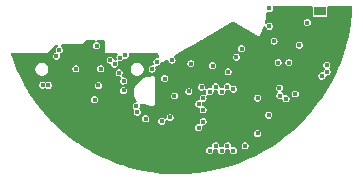
<source format=gbr>
%TF.GenerationSoftware,KiCad,Pcbnew,9.0.5*%
%TF.CreationDate,2025-10-30T22:03:55+01:00*%
%TF.ProjectId,36mm PCB,33366d6d-2050-4434-922e-6b696361645f,rev?*%
%TF.SameCoordinates,Original*%
%TF.FileFunction,Copper,L5,Inr*%
%TF.FilePolarity,Positive*%
%FSLAX46Y46*%
G04 Gerber Fmt 4.6, Leading zero omitted, Abs format (unit mm)*
G04 Created by KiCad (PCBNEW 9.0.5) date 2025-10-30 22:03:55*
%MOMM*%
%LPD*%
G01*
G04 APERTURE LIST*
%TA.AperFunction,ComponentPad*%
%ADD10R,1.000000X0.800000*%
%TD*%
%TA.AperFunction,ViaPad*%
%ADD11C,0.400000*%
%TD*%
G04 APERTURE END LIST*
D10*
%TO.N,+3V0*%
%TO.C,J2*%
X165480000Y-95070000D03*
%TO.N,GND*%
X167080000Y-95070000D03*
%TD*%
D11*
%TO.N,GND*%
X151930000Y-102770000D03*
X151930000Y-102240000D03*
X151565954Y-98778557D03*
X150965954Y-98778557D03*
X162430000Y-100380000D03*
X160780000Y-96750000D03*
X164310000Y-97410000D03*
X158560000Y-105090000D03*
X158540000Y-104260000D03*
X157320000Y-103720000D03*
X156580000Y-103720000D03*
X157845000Y-104450000D03*
X145850000Y-99200000D03*
X159940000Y-98810000D03*
X162830000Y-103070000D03*
X140174791Y-100282707D03*
X145556824Y-106363784D03*
X167832791Y-96464370D03*
X163260000Y-95090001D03*
X167948428Y-95649789D03*
X167671581Y-97271170D03*
X151709590Y-108543764D03*
X148510174Y-107801021D03*
X168010000Y-94840000D03*
X146993070Y-107165478D03*
X158111156Y-96180002D03*
X166583318Y-100370140D03*
X155511928Y-97669994D03*
X165740000Y-98810000D03*
X166920316Y-99619575D03*
X158020000Y-103520000D03*
X154994071Y-108554639D03*
X167214622Y-98851267D03*
X156031544Y-97369993D03*
X159670000Y-97080000D03*
X156430000Y-103010000D03*
X158967765Y-107541734D03*
X141908027Y-103072657D03*
X142435781Y-103703838D03*
X146263680Y-106784815D03*
X156359200Y-107521581D03*
X165327473Y-102491993D03*
X158630771Y-96480002D03*
X155809089Y-108442121D03*
X164831647Y-103148553D03*
X157590386Y-96469999D03*
X140962929Y-101726437D03*
X153400000Y-107370000D03*
X157070770Y-96770000D03*
X143593376Y-104872382D03*
X149293098Y-108053893D03*
X150895336Y-108425853D03*
X156616499Y-108284001D03*
X140548570Y-101015648D03*
X139842771Y-99529927D03*
X152529183Y-108615753D03*
X162526202Y-104986315D03*
X166204694Y-101100590D03*
X142998156Y-104304378D03*
X152740000Y-107370000D03*
X150088989Y-108262390D03*
X157413754Y-108080779D03*
X158198335Y-107833096D03*
X144219560Y-105406055D03*
X139540000Y-98780000D03*
X154174020Y-108621199D03*
X167465307Y-98067640D03*
X147742691Y-107504570D03*
X153351525Y-108641592D03*
X159150385Y-96780000D03*
X156551154Y-97070001D03*
X153382512Y-103412512D03*
X144800000Y-98450000D03*
X147660000Y-101350000D03*
X165785638Y-101808620D03*
X141416558Y-102412829D03*
X144480000Y-102550000D03*
X144874732Y-105903713D03*
%TO.N,+3.3V*%
X148840000Y-101780000D03*
X144800000Y-99950000D03*
X150710000Y-104170000D03*
X159135000Y-106470000D03*
X146380000Y-102550000D03*
X160190000Y-102420000D03*
X154370000Y-101860000D03*
X158135000Y-106870000D03*
X146900000Y-99950000D03*
X161930000Y-99420000D03*
X157690000Y-100210000D03*
X158392122Y-98953911D03*
X156135000Y-101870000D03*
%TO.N,Net-(C20-Pad2)*%
X163380000Y-102070000D03*
%TO.N,+3V0*%
X161580000Y-97590000D03*
X155450000Y-101500000D03*
X162840000Y-99420000D03*
%TO.N,/Peripherals/VDDIO*%
X152070847Y-104384273D03*
%TO.N,Net-(IC2-CRST)*%
X146710000Y-101360000D03*
%TO.N,/Power/Charge +*%
X164393692Y-96037382D03*
X146555002Y-97999998D03*
%TO.N,/NRST*%
X157635000Y-101470000D03*
%TO.N,+1V8*%
X152774641Y-104064641D03*
X158830000Y-98250000D03*
%TO.N,Net-(D1-VCAP)*%
X158135000Y-101670000D03*
%TO.N,/I2C_SCL*%
X149897012Y-103110719D03*
X157135000Y-101870000D03*
%TO.N,/SWDIO*%
X155190000Y-104920000D03*
%TO.N,/H_Tim2*%
X155580000Y-102420000D03*
X148983266Y-98778557D03*
%TO.N,/Button press*%
X162070000Y-102220000D03*
X160180000Y-105420000D03*
%TO.N,/DEBLED*%
X157635000Y-106470000D03*
%TO.N,/H_on_GPIO*%
X156630000Y-106470000D03*
X147700000Y-99201000D03*
%TO.N,/H_Tim1*%
X148534974Y-98999999D03*
X155190000Y-102920000D03*
%TO.N,/Select dial*%
X156130000Y-106870000D03*
X148460000Y-100294323D03*
%TO.N,/I2C_SDA*%
X156640000Y-101470000D03*
X153149592Y-102240000D03*
X150000000Y-103600000D03*
%TO.N,/PCF_Reset*%
X157135000Y-106870000D03*
X156370000Y-99680000D03*
%TO.N,/SWCLK*%
X155580000Y-104420000D03*
%TO.N,/BMP581_INT*%
X155580000Y-103420000D03*
%TO.N,/Dial/MOT1*%
X152329119Y-100779693D03*
X143400000Y-98351003D03*
X148847277Y-100973924D03*
%TO.N,/Dial/VDD PROG*%
X151256277Y-99961251D03*
%TO.N,/Dial/MOT2*%
X143160000Y-98870000D03*
X151657420Y-99369628D03*
%TO.N,Net-(IC1-RESET)*%
X154540000Y-99499999D03*
X152950000Y-99210000D03*
%TO.N,/Power/STAT*%
X148074517Y-99549495D03*
X161190000Y-94830000D03*
%TO.N,Net-(IC5-PROG)*%
X161190000Y-96340000D03*
%TO.N,Net-(IC8-1D-)*%
X142482000Y-101340000D03*
%TO.N,Net-(IC8-1D+)*%
X141982169Y-101326916D03*
%TO.N,Net-(LDLN025PU1-EN)*%
X162040000Y-101570000D03*
X163720000Y-97940000D03*
X166044763Y-99650018D03*
%TO.N,Net-(TPS3424A11C13ADRLR1-~INT~)*%
X166074763Y-100210018D03*
X161120000Y-103880000D03*
%TO.N,Net-(TPS3424A11C13ADRLR1-kill)*%
X162600000Y-102490000D03*
X165624763Y-100560018D03*
%TD*%
%TA.AperFunction,Conductor*%
%TO.N,GND*%
G36*
X164822539Y-94650185D02*
G01*
X164868294Y-94702989D01*
X164879500Y-94754500D01*
X164879500Y-95479894D01*
X164879501Y-95479902D01*
X164885330Y-95509212D01*
X164907542Y-95542457D01*
X164924219Y-95553599D01*
X164940787Y-95564669D01*
X164940790Y-95564669D01*
X164940791Y-95564670D01*
X164950647Y-95566630D01*
X164970101Y-95570500D01*
X165989898Y-95570499D01*
X166019213Y-95564669D01*
X166052457Y-95542457D01*
X166074669Y-95509213D01*
X166080500Y-95479899D01*
X166080499Y-94754499D01*
X166100183Y-94687461D01*
X166152987Y-94641706D01*
X166204499Y-94630500D01*
X168093515Y-94630500D01*
X168160554Y-94650185D01*
X168206309Y-94702989D01*
X168217300Y-94761806D01*
X168186732Y-95279683D01*
X168186198Y-95285987D01*
X168103750Y-96032641D01*
X168102895Y-96038908D01*
X167982485Y-96780349D01*
X167981313Y-96786565D01*
X167823235Y-97520960D01*
X167821746Y-97527108D01*
X167626433Y-98252447D01*
X167624633Y-98258511D01*
X167392582Y-98972954D01*
X167390475Y-98978919D01*
X167122293Y-99680599D01*
X167119885Y-99686448D01*
X166816270Y-100373535D01*
X166813567Y-100379254D01*
X166475296Y-101049989D01*
X166472304Y-101055562D01*
X166100285Y-101708142D01*
X166097013Y-101713556D01*
X165692191Y-102346331D01*
X165688647Y-102351571D01*
X165252085Y-102962871D01*
X165248279Y-102967923D01*
X164781105Y-103556176D01*
X164777046Y-103561027D01*
X164280489Y-104124680D01*
X164276196Y-104129309D01*
X164111569Y-104297999D01*
X163751533Y-104666916D01*
X163747001Y-104671328D01*
X163195610Y-105181474D01*
X163190859Y-105185650D01*
X162614177Y-105667007D01*
X162609219Y-105670936D01*
X162008719Y-106122274D01*
X162003567Y-106125944D01*
X161380848Y-106546060D01*
X161375515Y-106549463D01*
X160732184Y-106937275D01*
X160726686Y-106940401D01*
X160064405Y-107294907D01*
X160058754Y-107297749D01*
X159379273Y-107618013D01*
X159373484Y-107620563D01*
X158678543Y-107905763D01*
X158672631Y-107908015D01*
X157964048Y-108157404D01*
X157958030Y-108159351D01*
X157237659Y-108372280D01*
X157231549Y-108373918D01*
X156501250Y-108549835D01*
X156495065Y-108551159D01*
X155756745Y-108689605D01*
X155750500Y-108690612D01*
X155006082Y-108791226D01*
X154999793Y-108791913D01*
X154251205Y-108854434D01*
X154244890Y-108854799D01*
X153494106Y-108879063D01*
X153487781Y-108879106D01*
X152736740Y-108865052D01*
X152730420Y-108864773D01*
X151981036Y-108812433D01*
X151974740Y-108811831D01*
X151229035Y-108721350D01*
X151222776Y-108720428D01*
X150482637Y-108592031D01*
X150476435Y-108590791D01*
X149743833Y-108424824D01*
X149737701Y-108423270D01*
X149014487Y-108220150D01*
X149008443Y-108218285D01*
X148296541Y-107978554D01*
X148290599Y-107976383D01*
X147591838Y-107700654D01*
X147586016Y-107698183D01*
X146902240Y-107387187D01*
X146896550Y-107384422D01*
X146229506Y-107038950D01*
X146223965Y-107035898D01*
X146041684Y-106929367D01*
X145872410Y-106830438D01*
X155829500Y-106830438D01*
X155829500Y-106909562D01*
X155843152Y-106960513D01*
X155849979Y-106985990D01*
X155849982Y-106985995D01*
X155889535Y-107054504D01*
X155889539Y-107054509D01*
X155889540Y-107054511D01*
X155945489Y-107110460D01*
X155945491Y-107110461D01*
X155945495Y-107110464D01*
X156014004Y-107150017D01*
X156014011Y-107150021D01*
X156090438Y-107170500D01*
X156090440Y-107170500D01*
X156169560Y-107170500D01*
X156169562Y-107170500D01*
X156245989Y-107150021D01*
X156314511Y-107110460D01*
X156370460Y-107054511D01*
X156410021Y-106985989D01*
X156430500Y-106909562D01*
X156430500Y-106889244D01*
X156450185Y-106822205D01*
X156502989Y-106776450D01*
X156553435Y-106765249D01*
X156570300Y-106765104D01*
X156590438Y-106770500D01*
X156669562Y-106770500D01*
X156693653Y-106764044D01*
X156709435Y-106763909D01*
X156728466Y-106769320D01*
X156748251Y-106769790D01*
X156761387Y-106778680D01*
X156776641Y-106783017D01*
X156789726Y-106797859D01*
X156806115Y-106808950D01*
X156812358Y-106823528D01*
X156822848Y-106835426D01*
X156825832Y-106854988D01*
X156833622Y-106873177D01*
X156834500Y-106887904D01*
X156834500Y-106909562D01*
X156848152Y-106960513D01*
X156854979Y-106985990D01*
X156854982Y-106985995D01*
X156894535Y-107054504D01*
X156894539Y-107054509D01*
X156894540Y-107054511D01*
X156950489Y-107110460D01*
X156950491Y-107110461D01*
X156950495Y-107110464D01*
X157019004Y-107150017D01*
X157019011Y-107150021D01*
X157095438Y-107170500D01*
X157095440Y-107170500D01*
X157174560Y-107170500D01*
X157174562Y-107170500D01*
X157250989Y-107150021D01*
X157319511Y-107110460D01*
X157375460Y-107054511D01*
X157415021Y-106985989D01*
X157435500Y-106909562D01*
X157435500Y-106889244D01*
X157455185Y-106822205D01*
X157507989Y-106776450D01*
X157559500Y-106765244D01*
X157575823Y-106765244D01*
X157595438Y-106770500D01*
X157674562Y-106770500D01*
X157694177Y-106765244D01*
X157710500Y-106765244D01*
X157728987Y-106770672D01*
X157748251Y-106771130D01*
X157761821Y-106780313D01*
X157777539Y-106784929D01*
X157790155Y-106799489D01*
X157806115Y-106810290D01*
X157812565Y-106825351D01*
X157823294Y-106837733D01*
X157826036Y-106856804D01*
X157833622Y-106874517D01*
X157834500Y-106889244D01*
X157834500Y-106909562D01*
X157848152Y-106960513D01*
X157854979Y-106985990D01*
X157854982Y-106985995D01*
X157894535Y-107054504D01*
X157894539Y-107054509D01*
X157894540Y-107054511D01*
X157950489Y-107110460D01*
X157950491Y-107110461D01*
X157950495Y-107110464D01*
X158019004Y-107150017D01*
X158019011Y-107150021D01*
X158095438Y-107170500D01*
X158095440Y-107170500D01*
X158174560Y-107170500D01*
X158174562Y-107170500D01*
X158250989Y-107150021D01*
X158319511Y-107110460D01*
X158375460Y-107054511D01*
X158415021Y-106985989D01*
X158435500Y-106909562D01*
X158435500Y-106830438D01*
X158415021Y-106754011D01*
X158412715Y-106750017D01*
X158375464Y-106685495D01*
X158375458Y-106685487D01*
X158319512Y-106629541D01*
X158319504Y-106629535D01*
X158250995Y-106589982D01*
X158250990Y-106589979D01*
X158225513Y-106583152D01*
X158174562Y-106569500D01*
X158095438Y-106569500D01*
X158095437Y-106569500D01*
X158091590Y-106570531D01*
X158088219Y-106570450D01*
X158087381Y-106570561D01*
X158087363Y-106570430D01*
X158066596Y-106569935D01*
X158041853Y-106573493D01*
X158032270Y-106569117D01*
X158021740Y-106568866D01*
X158001037Y-106554853D01*
X157978297Y-106544468D01*
X157972601Y-106535606D01*
X157963879Y-106529702D01*
X157954038Y-106506720D01*
X157940523Y-106485690D01*
X157938242Y-106469831D01*
X157936376Y-106465472D01*
X157935500Y-106450755D01*
X157935500Y-106430439D01*
X157935500Y-106430438D01*
X158834500Y-106430438D01*
X158834500Y-106509562D01*
X158841479Y-106535606D01*
X158854979Y-106585990D01*
X158854982Y-106585995D01*
X158894535Y-106654504D01*
X158894539Y-106654509D01*
X158894540Y-106654511D01*
X158950489Y-106710460D01*
X158950491Y-106710461D01*
X158950495Y-106710464D01*
X159019004Y-106750017D01*
X159019011Y-106750021D01*
X159095438Y-106770500D01*
X159095440Y-106770500D01*
X159174560Y-106770500D01*
X159174562Y-106770500D01*
X159250989Y-106750021D01*
X159319511Y-106710460D01*
X159375460Y-106654511D01*
X159415021Y-106585989D01*
X159435500Y-106509562D01*
X159435500Y-106430438D01*
X159415021Y-106354011D01*
X159415017Y-106354004D01*
X159375464Y-106285495D01*
X159375458Y-106285487D01*
X159319512Y-106229541D01*
X159319504Y-106229535D01*
X159250995Y-106189982D01*
X159250990Y-106189979D01*
X159225513Y-106183152D01*
X159174562Y-106169500D01*
X159095438Y-106169500D01*
X159057224Y-106179739D01*
X159019009Y-106189979D01*
X159019004Y-106189982D01*
X158950495Y-106229535D01*
X158950487Y-106229541D01*
X158894541Y-106285487D01*
X158894535Y-106285495D01*
X158854982Y-106354004D01*
X158854979Y-106354009D01*
X158841326Y-106404962D01*
X158834500Y-106430438D01*
X157935500Y-106430438D01*
X157915020Y-106354009D01*
X157915017Y-106354004D01*
X157875464Y-106285495D01*
X157875458Y-106285487D01*
X157819512Y-106229541D01*
X157819504Y-106229535D01*
X157750995Y-106189982D01*
X157750990Y-106189979D01*
X157725513Y-106183152D01*
X157674562Y-106169500D01*
X157595438Y-106169500D01*
X157557224Y-106179739D01*
X157519009Y-106189979D01*
X157519004Y-106189982D01*
X157450495Y-106229535D01*
X157450487Y-106229541D01*
X157394541Y-106285487D01*
X157394535Y-106285495D01*
X157354982Y-106354004D01*
X157354979Y-106354009D01*
X157334500Y-106430439D01*
X157334500Y-106450755D01*
X157314815Y-106517794D01*
X157262011Y-106563549D01*
X157211565Y-106574750D01*
X157194695Y-106574894D01*
X157174562Y-106569500D01*
X157095438Y-106569500D01*
X157071350Y-106575954D01*
X157055565Y-106576090D01*
X157036530Y-106570678D01*
X157016743Y-106570207D01*
X157003610Y-106561318D01*
X156988359Y-106556982D01*
X156975271Y-106542137D01*
X156958881Y-106531044D01*
X156952639Y-106516467D01*
X156942152Y-106504573D01*
X156939167Y-106485006D01*
X156931377Y-106466815D01*
X156930500Y-106452095D01*
X156930500Y-106430439D01*
X156910020Y-106354009D01*
X156910017Y-106354004D01*
X156870464Y-106285495D01*
X156870458Y-106285487D01*
X156814512Y-106229541D01*
X156814504Y-106229535D01*
X156745995Y-106189982D01*
X156745990Y-106189979D01*
X156720513Y-106183152D01*
X156669562Y-106169500D01*
X156590438Y-106169500D01*
X156552224Y-106179739D01*
X156514009Y-106189979D01*
X156514004Y-106189982D01*
X156445495Y-106229535D01*
X156445487Y-106229541D01*
X156389541Y-106285487D01*
X156389535Y-106285495D01*
X156349982Y-106354004D01*
X156349979Y-106354009D01*
X156329500Y-106430439D01*
X156329500Y-106450755D01*
X156309815Y-106517794D01*
X156257011Y-106563549D01*
X156187853Y-106573493D01*
X156173410Y-106570531D01*
X156169562Y-106569500D01*
X156090438Y-106569500D01*
X156052224Y-106579739D01*
X156014009Y-106589979D01*
X156014004Y-106589982D01*
X155945495Y-106629535D01*
X155945487Y-106629541D01*
X155889541Y-106685487D01*
X155889535Y-106685495D01*
X155849982Y-106754004D01*
X155849979Y-106754009D01*
X155841694Y-106784929D01*
X155829500Y-106830438D01*
X145872410Y-106830438D01*
X145575424Y-106656870D01*
X145570046Y-106653540D01*
X144941669Y-106241926D01*
X144936468Y-106238326D01*
X144329911Y-105795211D01*
X144324900Y-105791351D01*
X144234820Y-105718216D01*
X143818781Y-105380438D01*
X159879500Y-105380438D01*
X159879500Y-105459562D01*
X159881916Y-105468577D01*
X159899979Y-105535990D01*
X159899982Y-105535995D01*
X159939535Y-105604504D01*
X159939539Y-105604509D01*
X159939540Y-105604511D01*
X159995489Y-105660460D01*
X159995491Y-105660461D01*
X159995495Y-105660464D01*
X160064004Y-105700017D01*
X160064011Y-105700021D01*
X160140438Y-105720500D01*
X160140440Y-105720500D01*
X160219560Y-105720500D01*
X160219562Y-105720500D01*
X160295989Y-105700021D01*
X160364511Y-105660460D01*
X160420460Y-105604511D01*
X160460021Y-105535989D01*
X160480500Y-105459562D01*
X160480500Y-105380438D01*
X160460021Y-105304011D01*
X160460017Y-105304004D01*
X160420464Y-105235495D01*
X160420458Y-105235487D01*
X160364512Y-105179541D01*
X160364504Y-105179535D01*
X160295995Y-105139982D01*
X160295990Y-105139979D01*
X160270513Y-105133152D01*
X160219562Y-105119500D01*
X160140438Y-105119500D01*
X160102224Y-105129739D01*
X160064009Y-105139979D01*
X160064004Y-105139982D01*
X159995495Y-105179535D01*
X159995487Y-105179541D01*
X159939541Y-105235487D01*
X159939535Y-105235495D01*
X159899982Y-105304004D01*
X159899979Y-105304009D01*
X159886326Y-105354962D01*
X159879500Y-105380438D01*
X143818781Y-105380438D01*
X143741719Y-105317872D01*
X143736911Y-105313761D01*
X143348924Y-104964466D01*
X143255588Y-104880438D01*
X154889500Y-104880438D01*
X154889500Y-104959562D01*
X154903152Y-105010513D01*
X154909979Y-105035990D01*
X154909982Y-105035995D01*
X154949535Y-105104504D01*
X154949539Y-105104509D01*
X154949540Y-105104511D01*
X155005489Y-105160460D01*
X155005491Y-105160461D01*
X155005495Y-105160464D01*
X155074004Y-105200017D01*
X155074011Y-105200021D01*
X155150438Y-105220500D01*
X155150440Y-105220500D01*
X155229560Y-105220500D01*
X155229562Y-105220500D01*
X155305989Y-105200021D01*
X155374511Y-105160460D01*
X155430460Y-105104511D01*
X155470021Y-105035989D01*
X155490500Y-104959562D01*
X155490500Y-104880438D01*
X155489469Y-104876590D01*
X155489549Y-104873219D01*
X155489439Y-104872381D01*
X155489569Y-104872363D01*
X155491134Y-104806740D01*
X155530298Y-104748879D01*
X155594528Y-104721376D01*
X155609245Y-104720500D01*
X155619560Y-104720500D01*
X155619562Y-104720500D01*
X155695989Y-104700021D01*
X155764511Y-104660460D01*
X155820460Y-104604511D01*
X155860021Y-104535989D01*
X155880500Y-104459562D01*
X155880500Y-104380438D01*
X155860021Y-104304011D01*
X155856550Y-104297999D01*
X155820464Y-104235495D01*
X155820458Y-104235487D01*
X155764512Y-104179541D01*
X155764504Y-104179535D01*
X155695995Y-104139982D01*
X155695990Y-104139979D01*
X155660382Y-104130438D01*
X155619562Y-104119500D01*
X155540438Y-104119500D01*
X155503794Y-104129319D01*
X155464009Y-104139979D01*
X155464004Y-104139982D01*
X155395495Y-104179535D01*
X155395487Y-104179541D01*
X155339541Y-104235487D01*
X155339535Y-104235495D01*
X155299982Y-104304004D01*
X155299979Y-104304009D01*
X155279500Y-104380439D01*
X155279500Y-104459562D01*
X155280531Y-104463410D01*
X155280450Y-104466780D01*
X155280561Y-104467619D01*
X155280430Y-104467636D01*
X155278866Y-104533260D01*
X155239702Y-104591121D01*
X155175472Y-104618624D01*
X155160755Y-104619500D01*
X155150438Y-104619500D01*
X155112224Y-104629739D01*
X155074009Y-104639979D01*
X155074004Y-104639982D01*
X155005495Y-104679535D01*
X155005487Y-104679541D01*
X154949541Y-104735487D01*
X154949535Y-104735495D01*
X154909982Y-104804004D01*
X154909979Y-104804009D01*
X154896326Y-104854962D01*
X154889500Y-104880438D01*
X143255588Y-104880438D01*
X143178623Y-104811148D01*
X143174032Y-104806797D01*
X142789984Y-104423833D01*
X142642119Y-104276385D01*
X142637762Y-104271812D01*
X142577758Y-104205539D01*
X142577755Y-104205536D01*
X142509761Y-104130438D01*
X150409500Y-104130438D01*
X150409500Y-104209562D01*
X150420108Y-104249152D01*
X150429979Y-104285990D01*
X150429982Y-104285995D01*
X150469535Y-104354504D01*
X150469539Y-104354509D01*
X150469540Y-104354511D01*
X150525489Y-104410460D01*
X150525491Y-104410461D01*
X150525495Y-104410464D01*
X150548655Y-104423835D01*
X150594011Y-104450021D01*
X150670438Y-104470500D01*
X150670440Y-104470500D01*
X150749560Y-104470500D01*
X150749562Y-104470500D01*
X150825989Y-104450021D01*
X150894511Y-104410460D01*
X150950460Y-104354511D01*
X150956118Y-104344711D01*
X151770347Y-104344711D01*
X151770347Y-104423835D01*
X151777364Y-104450021D01*
X151790826Y-104500263D01*
X151790829Y-104500268D01*
X151830382Y-104568777D01*
X151830386Y-104568782D01*
X151830387Y-104568784D01*
X151886336Y-104624733D01*
X151886338Y-104624734D01*
X151886342Y-104624737D01*
X151912748Y-104639982D01*
X151954858Y-104664294D01*
X152031285Y-104684773D01*
X152031287Y-104684773D01*
X152110407Y-104684773D01*
X152110409Y-104684773D01*
X152186836Y-104664294D01*
X152255358Y-104624733D01*
X152311307Y-104568784D01*
X152350868Y-104500262D01*
X152371347Y-104423835D01*
X152371347Y-104385680D01*
X152391032Y-104318641D01*
X152443836Y-104272886D01*
X152512994Y-104262942D01*
X152576550Y-104291967D01*
X152583028Y-104297999D01*
X152590130Y-104305101D01*
X152590132Y-104305102D01*
X152590136Y-104305105D01*
X152658645Y-104344658D01*
X152658652Y-104344662D01*
X152735079Y-104365141D01*
X152735081Y-104365141D01*
X152814201Y-104365141D01*
X152814203Y-104365141D01*
X152890630Y-104344662D01*
X152959152Y-104305101D01*
X153015101Y-104249152D01*
X153054662Y-104180630D01*
X153075141Y-104104203D01*
X153075141Y-104025079D01*
X153054662Y-103948652D01*
X153020789Y-103889982D01*
X153015105Y-103880136D01*
X153015099Y-103880128D01*
X152975409Y-103840438D01*
X160819500Y-103840438D01*
X160819500Y-103919562D01*
X160827295Y-103948652D01*
X160839979Y-103995990D01*
X160839982Y-103995995D01*
X160879535Y-104064504D01*
X160879539Y-104064509D01*
X160879540Y-104064511D01*
X160935489Y-104120460D01*
X160935491Y-104120461D01*
X160935495Y-104120464D01*
X160988239Y-104150915D01*
X161004011Y-104160021D01*
X161080438Y-104180500D01*
X161080440Y-104180500D01*
X161159560Y-104180500D01*
X161159562Y-104180500D01*
X161235989Y-104160021D01*
X161304511Y-104120460D01*
X161360460Y-104064511D01*
X161400021Y-103995989D01*
X161420500Y-103919562D01*
X161420500Y-103840438D01*
X161400021Y-103764011D01*
X161372299Y-103715995D01*
X161360464Y-103695495D01*
X161360458Y-103695487D01*
X161304512Y-103639541D01*
X161304504Y-103639535D01*
X161235995Y-103599982D01*
X161235990Y-103599979D01*
X161210513Y-103593152D01*
X161159562Y-103579500D01*
X161080438Y-103579500D01*
X161042224Y-103589739D01*
X161004009Y-103599979D01*
X161004004Y-103599982D01*
X160935495Y-103639535D01*
X160935487Y-103639541D01*
X160879541Y-103695487D01*
X160879535Y-103695495D01*
X160839982Y-103764004D01*
X160839979Y-103764009D01*
X160834456Y-103784623D01*
X160819500Y-103840438D01*
X152975409Y-103840438D01*
X152959153Y-103824182D01*
X152959145Y-103824176D01*
X152890636Y-103784623D01*
X152890631Y-103784620D01*
X152865154Y-103777793D01*
X152814203Y-103764141D01*
X152735079Y-103764141D01*
X152696865Y-103774380D01*
X152658650Y-103784620D01*
X152658645Y-103784623D01*
X152590136Y-103824176D01*
X152590128Y-103824182D01*
X152534182Y-103880128D01*
X152534176Y-103880136D01*
X152494623Y-103948645D01*
X152494620Y-103948650D01*
X152474141Y-104025080D01*
X152474141Y-104063234D01*
X152454456Y-104130273D01*
X152401652Y-104176028D01*
X152332494Y-104185972D01*
X152268938Y-104156947D01*
X152262460Y-104150915D01*
X152255359Y-104143814D01*
X152255351Y-104143808D01*
X152186842Y-104104255D01*
X152186837Y-104104252D01*
X152161360Y-104097425D01*
X152110409Y-104083773D01*
X152031285Y-104083773D01*
X151993071Y-104094012D01*
X151954856Y-104104252D01*
X151954851Y-104104255D01*
X151886342Y-104143808D01*
X151886334Y-104143814D01*
X151830388Y-104199760D01*
X151830382Y-104199768D01*
X151790829Y-104268277D01*
X151790826Y-104268282D01*
X151777333Y-104318641D01*
X151770347Y-104344711D01*
X150956118Y-104344711D01*
X150990021Y-104285989D01*
X151010500Y-104209562D01*
X151010500Y-104130438D01*
X150990021Y-104054011D01*
X150956523Y-103995990D01*
X150950464Y-103985495D01*
X150950458Y-103985487D01*
X150894512Y-103929541D01*
X150894504Y-103929535D01*
X150825995Y-103889982D01*
X150825990Y-103889979D01*
X150789255Y-103880136D01*
X150749562Y-103869500D01*
X150670438Y-103869500D01*
X150632224Y-103879739D01*
X150594009Y-103889979D01*
X150594004Y-103889982D01*
X150525495Y-103929535D01*
X150525487Y-103929541D01*
X150469541Y-103985487D01*
X150469535Y-103985495D01*
X150429982Y-104054004D01*
X150429979Y-104054009D01*
X150427167Y-104064504D01*
X150409500Y-104130438D01*
X142509761Y-104130438D01*
X142133567Y-103714940D01*
X142129473Y-103710180D01*
X141665061Y-103141457D01*
X141654324Y-103128308D01*
X141650451Y-103123310D01*
X141626770Y-103091086D01*
X141612125Y-103071157D01*
X149596512Y-103071157D01*
X149596512Y-103150281D01*
X149609839Y-103200017D01*
X149616991Y-103226709D01*
X149616994Y-103226714D01*
X149656547Y-103295223D01*
X149656553Y-103295231D01*
X149698581Y-103337259D01*
X149732066Y-103398582D01*
X149727082Y-103468274D01*
X149722243Y-103478544D01*
X149719979Y-103484009D01*
X149706326Y-103534962D01*
X149699500Y-103560438D01*
X149699500Y-103639562D01*
X149705100Y-103660460D01*
X149719979Y-103715990D01*
X149719982Y-103715995D01*
X149759535Y-103784504D01*
X149759539Y-103784509D01*
X149759540Y-103784511D01*
X149815489Y-103840460D01*
X149815491Y-103840461D01*
X149815495Y-103840464D01*
X149865788Y-103869500D01*
X149884011Y-103880021D01*
X149960438Y-103900500D01*
X149960440Y-103900500D01*
X150039560Y-103900500D01*
X150039562Y-103900500D01*
X150115989Y-103880021D01*
X150184511Y-103840460D01*
X150240460Y-103784511D01*
X150280021Y-103715989D01*
X150300500Y-103639562D01*
X150300500Y-103560438D01*
X150280021Y-103484011D01*
X150270935Y-103468274D01*
X150240464Y-103415495D01*
X150240458Y-103415487D01*
X150198430Y-103373459D01*
X150164945Y-103312136D01*
X150169929Y-103242444D01*
X150174769Y-103232171D01*
X150177032Y-103226709D01*
X150177033Y-103226708D01*
X150197512Y-103150281D01*
X150197512Y-103071157D01*
X150188230Y-103036517D01*
X150188336Y-103032031D01*
X150186275Y-103028045D01*
X150189159Y-102997423D01*
X150189891Y-102966671D01*
X150192406Y-102962953D01*
X150192828Y-102958484D01*
X150211811Y-102934281D01*
X150229052Y-102908807D01*
X150233178Y-102907039D01*
X150235949Y-102903508D01*
X150265000Y-102893411D01*
X150293280Y-102881301D01*
X150298896Y-102881631D01*
X150301947Y-102880572D01*
X150337079Y-102883881D01*
X150359851Y-102889375D01*
X150359883Y-102889388D01*
X150360827Y-102889615D01*
X150360902Y-102889658D01*
X150360908Y-102889637D01*
X150402673Y-102899709D01*
X150402673Y-102899710D01*
X150558909Y-102937391D01*
X150873198Y-103004777D01*
X151189100Y-103064141D01*
X151336165Y-103087920D01*
X151343807Y-103091086D01*
X151355736Y-103091086D01*
X151374339Y-103094093D01*
X151382248Y-103091086D01*
X151383789Y-103091086D01*
X151401001Y-103083956D01*
X151424681Y-103074954D01*
X151438445Y-103058067D01*
X151448998Y-103047515D01*
X151451013Y-103042648D01*
X151458709Y-103033208D01*
X151461132Y-103018219D01*
X151464298Y-103010577D01*
X151464298Y-102998639D01*
X151467305Y-102980041D01*
X151467303Y-102980037D01*
X151465651Y-102963801D01*
X151466926Y-102963671D01*
X151464298Y-102949356D01*
X151464298Y-102880438D01*
X154889500Y-102880438D01*
X154889500Y-102959562D01*
X154899130Y-102995500D01*
X154909979Y-103035990D01*
X154909982Y-103035995D01*
X154949535Y-103104504D01*
X154949539Y-103104509D01*
X154949540Y-103104511D01*
X155005489Y-103160460D01*
X155005491Y-103160461D01*
X155005495Y-103160464D01*
X155038538Y-103179541D01*
X155074011Y-103200021D01*
X155150438Y-103220500D01*
X155150440Y-103220500D01*
X155160755Y-103220500D01*
X155227794Y-103240185D01*
X155273549Y-103292989D01*
X155283493Y-103362147D01*
X155280531Y-103376590D01*
X155279500Y-103380438D01*
X155279500Y-103459562D01*
X155293152Y-103510513D01*
X155299979Y-103535990D01*
X155299982Y-103535995D01*
X155339535Y-103604504D01*
X155339539Y-103604509D01*
X155339540Y-103604511D01*
X155395489Y-103660460D01*
X155395491Y-103660461D01*
X155395495Y-103660464D01*
X155456158Y-103695487D01*
X155464011Y-103700021D01*
X155540438Y-103720500D01*
X155540440Y-103720500D01*
X155619559Y-103720500D01*
X155619562Y-103720500D01*
X155695989Y-103700021D01*
X155764511Y-103660460D01*
X155820460Y-103604511D01*
X155860021Y-103535989D01*
X155880500Y-103459562D01*
X155880500Y-103380438D01*
X155860021Y-103304011D01*
X155854947Y-103295223D01*
X155820464Y-103235495D01*
X155820458Y-103235487D01*
X155764512Y-103179541D01*
X155764504Y-103179535D01*
X155695995Y-103139982D01*
X155695990Y-103139979D01*
X155670513Y-103133152D01*
X155619562Y-103119500D01*
X155609245Y-103119500D01*
X155542206Y-103099815D01*
X155496451Y-103047011D01*
X155485245Y-102995500D01*
X155485245Y-102979173D01*
X155490500Y-102959562D01*
X155490500Y-102880438D01*
X155485245Y-102860826D01*
X155485245Y-102844500D01*
X155490674Y-102826008D01*
X155491134Y-102806740D01*
X155500315Y-102793174D01*
X155504930Y-102777461D01*
X155519493Y-102764841D01*
X155530298Y-102748879D01*
X155545356Y-102742430D01*
X155557734Y-102731706D01*
X155576808Y-102728963D01*
X155594528Y-102721376D01*
X155609245Y-102720500D01*
X155619560Y-102720500D01*
X155619562Y-102720500D01*
X155695989Y-102700021D01*
X155764511Y-102660460D01*
X155820460Y-102604511D01*
X155860021Y-102535989D01*
X155880500Y-102459562D01*
X155880500Y-102380438D01*
X159889500Y-102380438D01*
X159889500Y-102459562D01*
X159895100Y-102480460D01*
X159909979Y-102535990D01*
X159909982Y-102535995D01*
X159949535Y-102604504D01*
X159949539Y-102604509D01*
X159949540Y-102604511D01*
X160005489Y-102660460D01*
X160005491Y-102660461D01*
X160005495Y-102660464D01*
X160038538Y-102679541D01*
X160074011Y-102700021D01*
X160150438Y-102720500D01*
X160150440Y-102720500D01*
X160229560Y-102720500D01*
X160229562Y-102720500D01*
X160305989Y-102700021D01*
X160374511Y-102660460D01*
X160430460Y-102604511D01*
X160470021Y-102535989D01*
X160490500Y-102459562D01*
X160490500Y-102380438D01*
X160470021Y-102304011D01*
X160458777Y-102284535D01*
X160430464Y-102235495D01*
X160430458Y-102235487D01*
X160374512Y-102179541D01*
X160374504Y-102179535D01*
X160305995Y-102139982D01*
X160305990Y-102139979D01*
X160257611Y-102127016D01*
X160229562Y-102119500D01*
X160150438Y-102119500D01*
X160122389Y-102127016D01*
X160074009Y-102139979D01*
X160074004Y-102139982D01*
X160005495Y-102179535D01*
X160005487Y-102179541D01*
X159949541Y-102235487D01*
X159949535Y-102235495D01*
X159909982Y-102304004D01*
X159909979Y-102304009D01*
X159906985Y-102315184D01*
X159889500Y-102380438D01*
X155880500Y-102380438D01*
X155860021Y-102304011D01*
X155859814Y-102303653D01*
X155858230Y-102297238D01*
X155859696Y-102263500D01*
X155860499Y-102229748D01*
X155861209Y-102228698D01*
X155861264Y-102227434D01*
X155880737Y-102199845D01*
X155899661Y-102171885D01*
X155900824Y-102171386D01*
X155901555Y-102170352D01*
X155932834Y-102157678D01*
X155963889Y-102144380D01*
X155965208Y-102144562D01*
X155966312Y-102144115D01*
X155978259Y-102146366D01*
X156010386Y-102150806D01*
X156011161Y-102147917D01*
X156019009Y-102150019D01*
X156019011Y-102150021D01*
X156095438Y-102170500D01*
X156095440Y-102170500D01*
X156174560Y-102170500D01*
X156174562Y-102170500D01*
X156250989Y-102150021D01*
X156319511Y-102110460D01*
X156375460Y-102054511D01*
X156415021Y-101985989D01*
X156435500Y-101909562D01*
X156435500Y-101887904D01*
X156455185Y-101820865D01*
X156507989Y-101775110D01*
X156561700Y-101763924D01*
X156576903Y-101764193D01*
X156600438Y-101770500D01*
X156679562Y-101770500D01*
X156695257Y-101766294D01*
X156712700Y-101766604D01*
X156730060Y-101772037D01*
X156748251Y-101772470D01*
X156762715Y-101782258D01*
X156779380Y-101787475D01*
X156791047Y-101801433D01*
X156806115Y-101811630D01*
X156812989Y-101827682D01*
X156824191Y-101841082D01*
X156826460Y-101859134D01*
X156833622Y-101875857D01*
X156834500Y-101890584D01*
X156834500Y-101909562D01*
X156846410Y-101954009D01*
X156854979Y-101985990D01*
X156854982Y-101985995D01*
X156894535Y-102054504D01*
X156894539Y-102054509D01*
X156894540Y-102054511D01*
X156950489Y-102110460D01*
X156950491Y-102110461D01*
X156950495Y-102110464D01*
X157011386Y-102145619D01*
X157019011Y-102150021D01*
X157095438Y-102170500D01*
X157095440Y-102170500D01*
X157174560Y-102170500D01*
X157174562Y-102170500D01*
X157250989Y-102150021D01*
X157319511Y-102110460D01*
X157375460Y-102054511D01*
X157415021Y-101985989D01*
X157435500Y-101909562D01*
X157435500Y-101889244D01*
X157455185Y-101822205D01*
X157507989Y-101776450D01*
X157550918Y-101765541D01*
X157571581Y-101764107D01*
X157595438Y-101770500D01*
X157674562Y-101770500D01*
X157742729Y-101752234D01*
X157754667Y-101751406D01*
X157777565Y-101756438D01*
X157801003Y-101756996D01*
X157811054Y-101763798D01*
X157822908Y-101766404D01*
X157839449Y-101783015D01*
X157858866Y-101796157D01*
X157870636Y-101813109D01*
X157894537Y-101854507D01*
X157894539Y-101854510D01*
X157894540Y-101854511D01*
X157950489Y-101910460D01*
X157950491Y-101910461D01*
X157950495Y-101910464D01*
X158019004Y-101950017D01*
X158019011Y-101950021D01*
X158095438Y-101970500D01*
X158095440Y-101970500D01*
X158174560Y-101970500D01*
X158174562Y-101970500D01*
X158250989Y-101950021D01*
X158319511Y-101910460D01*
X158375460Y-101854511D01*
X158415021Y-101785989D01*
X158435500Y-101709562D01*
X158435500Y-101630438D01*
X158415021Y-101554011D01*
X158401411Y-101530438D01*
X161739500Y-101530438D01*
X161739500Y-101609562D01*
X161751817Y-101655529D01*
X161759979Y-101685990D01*
X161759982Y-101685995D01*
X161799535Y-101754504D01*
X161799539Y-101754509D01*
X161799540Y-101754511D01*
X161855489Y-101810460D01*
X161855492Y-101810462D01*
X161855959Y-101810820D01*
X161856256Y-101811227D01*
X161861236Y-101816207D01*
X161860459Y-101816983D01*
X161897161Y-101867249D01*
X161901315Y-101936995D01*
X161868153Y-101996875D01*
X161829541Y-102035487D01*
X161829535Y-102035495D01*
X161789982Y-102104004D01*
X161789979Y-102104009D01*
X161781748Y-102134728D01*
X161769500Y-102180438D01*
X161769500Y-102259562D01*
X161781410Y-102304009D01*
X161789979Y-102335990D01*
X161789982Y-102335995D01*
X161829535Y-102404504D01*
X161829539Y-102404509D01*
X161829540Y-102404511D01*
X161885489Y-102460460D01*
X161885491Y-102460461D01*
X161885495Y-102460464D01*
X161920130Y-102480460D01*
X161954011Y-102500021D01*
X162030438Y-102520500D01*
X162030440Y-102520500D01*
X162109561Y-102520500D01*
X162109562Y-102520500D01*
X162164735Y-102505716D01*
X162234585Y-102507378D01*
X162292448Y-102546539D01*
X162316604Y-102593395D01*
X162319977Y-102605984D01*
X162319982Y-102605995D01*
X162359535Y-102674504D01*
X162359539Y-102674509D01*
X162359540Y-102674511D01*
X162415489Y-102730460D01*
X162415491Y-102730461D01*
X162415495Y-102730464D01*
X162475039Y-102764841D01*
X162484011Y-102770021D01*
X162560438Y-102790500D01*
X162560440Y-102790500D01*
X162639560Y-102790500D01*
X162639562Y-102790500D01*
X162715989Y-102770021D01*
X162784511Y-102730460D01*
X162840460Y-102674511D01*
X162880021Y-102605989D01*
X162900500Y-102529562D01*
X162900500Y-102450438D01*
X162880021Y-102374011D01*
X162869616Y-102355989D01*
X162840464Y-102305495D01*
X162840458Y-102305487D01*
X162784512Y-102249541D01*
X162784504Y-102249535D01*
X162715995Y-102209982D01*
X162715990Y-102209979D01*
X162678169Y-102199845D01*
X162639562Y-102189500D01*
X162560438Y-102189500D01*
X162560437Y-102189500D01*
X162505262Y-102204284D01*
X162435412Y-102202621D01*
X162377550Y-102163458D01*
X162359514Y-102134092D01*
X162355800Y-102125580D01*
X162350021Y-102104011D01*
X162324757Y-102060252D01*
X162310462Y-102035492D01*
X162310458Y-102035487D01*
X162305409Y-102030438D01*
X163079500Y-102030438D01*
X163079500Y-102109562D01*
X163090340Y-102150017D01*
X163099979Y-102185990D01*
X163099982Y-102185995D01*
X163139535Y-102254504D01*
X163139539Y-102254509D01*
X163139540Y-102254511D01*
X163195489Y-102310460D01*
X163195491Y-102310461D01*
X163195495Y-102310464D01*
X163239708Y-102335990D01*
X163264011Y-102350021D01*
X163340438Y-102370500D01*
X163340440Y-102370500D01*
X163419560Y-102370500D01*
X163419562Y-102370500D01*
X163495989Y-102350021D01*
X163564511Y-102310460D01*
X163620460Y-102254511D01*
X163660021Y-102185989D01*
X163680500Y-102109562D01*
X163680500Y-102030438D01*
X163660021Y-101954011D01*
X163650197Y-101936995D01*
X163620464Y-101885495D01*
X163620458Y-101885487D01*
X163564512Y-101829541D01*
X163564504Y-101829535D01*
X163495995Y-101789982D01*
X163495990Y-101789979D01*
X163450272Y-101777729D01*
X163419562Y-101769500D01*
X163340438Y-101769500D01*
X163314501Y-101776450D01*
X163264009Y-101789979D01*
X163264004Y-101789982D01*
X163195495Y-101829535D01*
X163195487Y-101829541D01*
X163139541Y-101885487D01*
X163139535Y-101885495D01*
X163099982Y-101954004D01*
X163099979Y-101954009D01*
X163093138Y-101979540D01*
X163079500Y-102030438D01*
X162305409Y-102030438D01*
X162254510Y-101979539D01*
X162254038Y-101979177D01*
X162253740Y-101978769D01*
X162248764Y-101973793D01*
X162249540Y-101973016D01*
X162212837Y-101922748D01*
X162208685Y-101853002D01*
X162241846Y-101793124D01*
X162280460Y-101754511D01*
X162320021Y-101685989D01*
X162340500Y-101609562D01*
X162340500Y-101530438D01*
X162320021Y-101454011D01*
X162314547Y-101444529D01*
X162280464Y-101385495D01*
X162280458Y-101385487D01*
X162224512Y-101329541D01*
X162224504Y-101329535D01*
X162155995Y-101289982D01*
X162155990Y-101289979D01*
X162130513Y-101283152D01*
X162079562Y-101269500D01*
X162000438Y-101269500D01*
X161962224Y-101279739D01*
X161924009Y-101289979D01*
X161924004Y-101289982D01*
X161855495Y-101329535D01*
X161855487Y-101329541D01*
X161799541Y-101385487D01*
X161799535Y-101385495D01*
X161759982Y-101454004D01*
X161759979Y-101454009D01*
X161751349Y-101486219D01*
X161739500Y-101530438D01*
X158401411Y-101530438D01*
X158397990Y-101524512D01*
X158375464Y-101485495D01*
X158375458Y-101485487D01*
X158319512Y-101429541D01*
X158319504Y-101429535D01*
X158250995Y-101389982D01*
X158250990Y-101389979D01*
X158212113Y-101379562D01*
X158174562Y-101369500D01*
X158095438Y-101369500D01*
X158038842Y-101384664D01*
X157968994Y-101383002D01*
X157911131Y-101343840D01*
X157899363Y-101326890D01*
X157875462Y-101285492D01*
X157875458Y-101285487D01*
X157819512Y-101229541D01*
X157819504Y-101229535D01*
X157750995Y-101189982D01*
X157750990Y-101189979D01*
X157725513Y-101183152D01*
X157674562Y-101169500D01*
X157595438Y-101169500D01*
X157557224Y-101179739D01*
X157519009Y-101189979D01*
X157519004Y-101189982D01*
X157450495Y-101229535D01*
X157450487Y-101229541D01*
X157394541Y-101285487D01*
X157394535Y-101285495D01*
X157354982Y-101354004D01*
X157354979Y-101354009D01*
X157345341Y-101389979D01*
X157334741Y-101429541D01*
X157334500Y-101430439D01*
X157334500Y-101450755D01*
X157314815Y-101517794D01*
X157262011Y-101563549D01*
X157209362Y-101574750D01*
X157193615Y-101574605D01*
X157174562Y-101569500D01*
X157095438Y-101569500D01*
X157080266Y-101573565D01*
X157063362Y-101573410D01*
X157045448Y-101567971D01*
X157026733Y-101567524D01*
X157012709Y-101558030D01*
X156996506Y-101553111D01*
X156984377Y-101538850D01*
X156968874Y-101528356D01*
X156962209Y-101512787D01*
X156951238Y-101499889D01*
X156948743Y-101481334D01*
X156941376Y-101464125D01*
X156940500Y-101449415D01*
X156940500Y-101430439D01*
X156940500Y-101430438D01*
X156920021Y-101354011D01*
X156913142Y-101342096D01*
X156880464Y-101285495D01*
X156880458Y-101285487D01*
X156824512Y-101229541D01*
X156824504Y-101229535D01*
X156755995Y-101189982D01*
X156755990Y-101189979D01*
X156730513Y-101183152D01*
X156679562Y-101169500D01*
X156600438Y-101169500D01*
X156562224Y-101179739D01*
X156524009Y-101189979D01*
X156524004Y-101189982D01*
X156455495Y-101229535D01*
X156455487Y-101229541D01*
X156399541Y-101285487D01*
X156399535Y-101285495D01*
X156359982Y-101354004D01*
X156359979Y-101354009D01*
X156350341Y-101389979D01*
X156339741Y-101429541D01*
X156339500Y-101430439D01*
X156339500Y-101452095D01*
X156319815Y-101519134D01*
X156267011Y-101564889D01*
X156197853Y-101574833D01*
X156183407Y-101571870D01*
X156174562Y-101569500D01*
X156095438Y-101569500D01*
X156064825Y-101577703D01*
X156019009Y-101589979D01*
X156019004Y-101589982D01*
X155950491Y-101629537D01*
X155949980Y-101629930D01*
X155949471Y-101630126D01*
X155943450Y-101633603D01*
X155942907Y-101632663D01*
X155884810Y-101655120D01*
X155816366Y-101641077D01*
X155766379Y-101592260D01*
X155750500Y-101531549D01*
X155750500Y-101460439D01*
X155746237Y-101444529D01*
X155730021Y-101384011D01*
X155730017Y-101384004D01*
X155690464Y-101315495D01*
X155690458Y-101315487D01*
X155634512Y-101259541D01*
X155634504Y-101259535D01*
X155565995Y-101219982D01*
X155565990Y-101219979D01*
X155532207Y-101210927D01*
X155489562Y-101199500D01*
X155410438Y-101199500D01*
X155372224Y-101209739D01*
X155334009Y-101219979D01*
X155334004Y-101219982D01*
X155265495Y-101259535D01*
X155265487Y-101259541D01*
X155209541Y-101315487D01*
X155209535Y-101315495D01*
X155169982Y-101384004D01*
X155169979Y-101384009D01*
X155165812Y-101399562D01*
X155149500Y-101460438D01*
X155149500Y-101539562D01*
X155159720Y-101577703D01*
X155169979Y-101615990D01*
X155169982Y-101615995D01*
X155209535Y-101684504D01*
X155209539Y-101684509D01*
X155209540Y-101684511D01*
X155265489Y-101740460D01*
X155265491Y-101740461D01*
X155265495Y-101740464D01*
X155310772Y-101766604D01*
X155334011Y-101780021D01*
X155410438Y-101800500D01*
X155410440Y-101800500D01*
X155489560Y-101800500D01*
X155489562Y-101800500D01*
X155565989Y-101780021D01*
X155634511Y-101740460D01*
X155634516Y-101740454D01*
X155635011Y-101740076D01*
X155635515Y-101739880D01*
X155641550Y-101736397D01*
X155641581Y-101736451D01*
X155643780Y-101733930D01*
X155672385Y-101725625D01*
X155700179Y-101714880D01*
X155705583Y-101715988D01*
X155710880Y-101714451D01*
X155739438Y-101722931D01*
X155768625Y-101728917D01*
X155772571Y-101732770D01*
X155777858Y-101734340D01*
X155797297Y-101756913D01*
X155818616Y-101777729D01*
X155820805Y-101784210D01*
X155823452Y-101787284D01*
X155826303Y-101800490D01*
X155833291Y-101821179D01*
X155834561Y-101830209D01*
X155834500Y-101830438D01*
X155834500Y-101909562D01*
X155854979Y-101985989D01*
X155856953Y-101989408D01*
X155859178Y-102005225D01*
X155855157Y-102032593D01*
X155854499Y-102060252D01*
X155850150Y-102066676D01*
X155849023Y-102074353D01*
X155830841Y-102095206D01*
X155815337Y-102118114D01*
X155808205Y-102121167D01*
X155803107Y-102127016D01*
X155776540Y-102134728D01*
X155751109Y-102145619D01*
X155742911Y-102144490D01*
X155736007Y-102146495D01*
X155717457Y-102140986D01*
X155704606Y-102139217D01*
X155703839Y-102142083D01*
X155695990Y-102139980D01*
X155695989Y-102139979D01*
X155619562Y-102119500D01*
X155540438Y-102119500D01*
X155512389Y-102127016D01*
X155464009Y-102139979D01*
X155464004Y-102139982D01*
X155395495Y-102179535D01*
X155395487Y-102179541D01*
X155339541Y-102235487D01*
X155339535Y-102235495D01*
X155299982Y-102304004D01*
X155299979Y-102304009D01*
X155279500Y-102380439D01*
X155279500Y-102459562D01*
X155280531Y-102463410D01*
X155280450Y-102466780D01*
X155280561Y-102467619D01*
X155280430Y-102467636D01*
X155278866Y-102533260D01*
X155239702Y-102591121D01*
X155175472Y-102618624D01*
X155160755Y-102619500D01*
X155150438Y-102619500D01*
X155112224Y-102629739D01*
X155074009Y-102639979D01*
X155074004Y-102639982D01*
X155005495Y-102679535D01*
X155005487Y-102679541D01*
X154949541Y-102735487D01*
X154949535Y-102735495D01*
X154909982Y-102804004D01*
X154909979Y-102804009D01*
X154902828Y-102830698D01*
X154889500Y-102880438D01*
X151464298Y-102880438D01*
X151464298Y-102872310D01*
X151464298Y-102700017D01*
X151464299Y-102200438D01*
X152849092Y-102200438D01*
X152849092Y-102279562D01*
X152858637Y-102315184D01*
X152869571Y-102355990D01*
X152869574Y-102355995D01*
X152909127Y-102424504D01*
X152909131Y-102424509D01*
X152909132Y-102424511D01*
X152965081Y-102480460D01*
X152965083Y-102480461D01*
X152965087Y-102480464D01*
X153033596Y-102520017D01*
X153033603Y-102520021D01*
X153110030Y-102540500D01*
X153110032Y-102540500D01*
X153189152Y-102540500D01*
X153189154Y-102540500D01*
X153265581Y-102520021D01*
X153334103Y-102480460D01*
X153390052Y-102424511D01*
X153429613Y-102355989D01*
X153450092Y-102279562D01*
X153450092Y-102200438D01*
X153429613Y-102124011D01*
X153421792Y-102110464D01*
X153390056Y-102055495D01*
X153390050Y-102055487D01*
X153334104Y-101999541D01*
X153334096Y-101999535D01*
X153265587Y-101959982D01*
X153265582Y-101959979D01*
X153228403Y-101950017D01*
X153189154Y-101939500D01*
X153110030Y-101939500D01*
X153071816Y-101949739D01*
X153033601Y-101959979D01*
X153033596Y-101959982D01*
X152965087Y-101999535D01*
X152965079Y-101999541D01*
X152909133Y-102055487D01*
X152909127Y-102055495D01*
X152869574Y-102124004D01*
X152869571Y-102124009D01*
X152859001Y-102163458D01*
X152849092Y-102200438D01*
X151464299Y-102200438D01*
X151464300Y-101820438D01*
X154069500Y-101820438D01*
X154069500Y-101899562D01*
X154080202Y-101939500D01*
X154089979Y-101975990D01*
X154089982Y-101975995D01*
X154129535Y-102044504D01*
X154129539Y-102044509D01*
X154129540Y-102044511D01*
X154185489Y-102100460D01*
X154185491Y-102100461D01*
X154185495Y-102100464D01*
X154244843Y-102134728D01*
X154254011Y-102140021D01*
X154330438Y-102160500D01*
X154330440Y-102160500D01*
X154409560Y-102160500D01*
X154409562Y-102160500D01*
X154485989Y-102140021D01*
X154554511Y-102100460D01*
X154610460Y-102044511D01*
X154650021Y-101975989D01*
X154670500Y-101899562D01*
X154670500Y-101820438D01*
X154650021Y-101744011D01*
X154645625Y-101736397D01*
X154610464Y-101675495D01*
X154610458Y-101675487D01*
X154554512Y-101619541D01*
X154554504Y-101619535D01*
X154485995Y-101579982D01*
X154485990Y-101579979D01*
X154453689Y-101571324D01*
X154409562Y-101559500D01*
X154330438Y-101559500D01*
X154293118Y-101569500D01*
X154254009Y-101579979D01*
X154254004Y-101579982D01*
X154185495Y-101619535D01*
X154185487Y-101619541D01*
X154129541Y-101675487D01*
X154129535Y-101675495D01*
X154089982Y-101744004D01*
X154089979Y-101744009D01*
X154078729Y-101785995D01*
X154069500Y-101820438D01*
X151464300Y-101820438D01*
X151464301Y-100740131D01*
X152028619Y-100740131D01*
X152028619Y-100819255D01*
X152034187Y-100840035D01*
X152049098Y-100895683D01*
X152049101Y-100895688D01*
X152088654Y-100964197D01*
X152088658Y-100964202D01*
X152088659Y-100964204D01*
X152144608Y-101020153D01*
X152144610Y-101020154D01*
X152144614Y-101020157D01*
X152201161Y-101052804D01*
X152213130Y-101059714D01*
X152289557Y-101080193D01*
X152289559Y-101080193D01*
X152368679Y-101080193D01*
X152368681Y-101080193D01*
X152445108Y-101059714D01*
X152513630Y-101020153D01*
X152569579Y-100964204D01*
X152609140Y-100895682D01*
X152629619Y-100819255D01*
X152629619Y-100740131D01*
X152609140Y-100663704D01*
X152591853Y-100633762D01*
X152569583Y-100595188D01*
X152569577Y-100595180D01*
X152513631Y-100539234D01*
X152513623Y-100539228D01*
X152481108Y-100520456D01*
X165324263Y-100520456D01*
X165324263Y-100599580D01*
X165333422Y-100633762D01*
X165344742Y-100676008D01*
X165344745Y-100676013D01*
X165384298Y-100744522D01*
X165384302Y-100744527D01*
X165384303Y-100744529D01*
X165440252Y-100800478D01*
X165440254Y-100800479D01*
X165440258Y-100800482D01*
X165508767Y-100840035D01*
X165508774Y-100840039D01*
X165585201Y-100860518D01*
X165585203Y-100860518D01*
X165664323Y-100860518D01*
X165664325Y-100860518D01*
X165740752Y-100840039D01*
X165809274Y-100800478D01*
X165865223Y-100744529D01*
X165904784Y-100676007D01*
X165924501Y-100602421D01*
X165960865Y-100542764D01*
X166023712Y-100512235D01*
X166044275Y-100510518D01*
X166114323Y-100510518D01*
X166114325Y-100510518D01*
X166190752Y-100490039D01*
X166259274Y-100450478D01*
X166315223Y-100394529D01*
X166354784Y-100326007D01*
X166375263Y-100249580D01*
X166375263Y-100170456D01*
X166354784Y-100094029D01*
X166354770Y-100094004D01*
X166315227Y-100025513D01*
X166315221Y-100025505D01*
X166292224Y-100002508D01*
X166258739Y-99941185D01*
X166263723Y-99871493D01*
X166281537Y-99839330D01*
X166285213Y-99834538D01*
X166285223Y-99834529D01*
X166324784Y-99766007D01*
X166345263Y-99689580D01*
X166345263Y-99610456D01*
X166324784Y-99534029D01*
X166306616Y-99502561D01*
X166285227Y-99465513D01*
X166285221Y-99465505D01*
X166229275Y-99409559D01*
X166229267Y-99409553D01*
X166160758Y-99370000D01*
X166160753Y-99369997D01*
X166124309Y-99360232D01*
X166084325Y-99349518D01*
X166005201Y-99349518D01*
X165966987Y-99359757D01*
X165928772Y-99369997D01*
X165928767Y-99370000D01*
X165860258Y-99409553D01*
X165860250Y-99409559D01*
X165804304Y-99465505D01*
X165804298Y-99465513D01*
X165764745Y-99534022D01*
X165764742Y-99534027D01*
X165751089Y-99584980D01*
X165744263Y-99610456D01*
X165744263Y-99689580D01*
X165757896Y-99740457D01*
X165764742Y-99766008D01*
X165764745Y-99766013D01*
X165804298Y-99834522D01*
X165804304Y-99834530D01*
X165827301Y-99857527D01*
X165860786Y-99918850D01*
X165855802Y-99988542D01*
X165852980Y-99995463D01*
X165843927Y-100015882D01*
X165834303Y-100025507D01*
X165794742Y-100094029D01*
X165774263Y-100170456D01*
X165774263Y-100173023D01*
X165768611Y-100185773D01*
X165752020Y-100205354D01*
X165738661Y-100227272D01*
X165729807Y-100231572D01*
X165723445Y-100239082D01*
X165698901Y-100246585D01*
X165675814Y-100257801D01*
X165657110Y-100259362D01*
X165656629Y-100259510D01*
X165656335Y-100259427D01*
X165655251Y-100259518D01*
X165585201Y-100259518D01*
X165546987Y-100269757D01*
X165508772Y-100279997D01*
X165508767Y-100280000D01*
X165440258Y-100319553D01*
X165440250Y-100319559D01*
X165384304Y-100375505D01*
X165384298Y-100375513D01*
X165344745Y-100444022D01*
X165344742Y-100444027D01*
X165333530Y-100485873D01*
X165324263Y-100520456D01*
X152481108Y-100520456D01*
X152445114Y-100499675D01*
X152445109Y-100499672D01*
X152409143Y-100490035D01*
X152368681Y-100479193D01*
X152289557Y-100479193D01*
X152251343Y-100489432D01*
X152213128Y-100499672D01*
X152213123Y-100499675D01*
X152144614Y-100539228D01*
X152144606Y-100539234D01*
X152088660Y-100595180D01*
X152088654Y-100595188D01*
X152049101Y-100663697D01*
X152049098Y-100663702D01*
X152035445Y-100714655D01*
X152028619Y-100740131D01*
X151464301Y-100740131D01*
X151464301Y-100699143D01*
X151465362Y-100682973D01*
X151466052Y-100677742D01*
X151466051Y-100677740D01*
X151466052Y-100677736D01*
X151465612Y-100671039D01*
X151464302Y-100664456D01*
X151464303Y-100664453D01*
X151462206Y-100659392D01*
X151459170Y-100652062D01*
X151455704Y-100639123D01*
X151451590Y-100633762D01*
X151449003Y-100627515D01*
X151449002Y-100627514D01*
X151448999Y-100627510D01*
X151439516Y-100618027D01*
X151431365Y-100607404D01*
X151425515Y-100604026D01*
X151420733Y-100599244D01*
X151415851Y-100597222D01*
X151401315Y-100590054D01*
X151326147Y-100546656D01*
X151321988Y-100544255D01*
X151321987Y-100544254D01*
X151308128Y-100536253D01*
X151288066Y-100523063D01*
X151264845Y-100521714D01*
X151248655Y-100519583D01*
X151248589Y-100519600D01*
X151248556Y-100519589D01*
X151246652Y-100519714D01*
X151235190Y-100519756D01*
X151234294Y-100519941D01*
X151230739Y-100521728D01*
X151230738Y-100521727D01*
X151219410Y-100527418D01*
X151210036Y-100529931D01*
X151201733Y-100536301D01*
X151191240Y-100541574D01*
X151191236Y-100541577D01*
X151186176Y-100544119D01*
X151185887Y-100544376D01*
X151183439Y-100547864D01*
X151179088Y-100553677D01*
X151178317Y-100554270D01*
X151177208Y-100556190D01*
X151172785Y-100562101D01*
X151150475Y-100578808D01*
X151130305Y-100598033D01*
X151121946Y-100600172D01*
X151116859Y-100603982D01*
X151103251Y-100604957D01*
X151076647Y-100611767D01*
X151048054Y-100612491D01*
X151047480Y-100612581D01*
X150981442Y-100614296D01*
X150981433Y-100614297D01*
X150766116Y-100653449D01*
X150559389Y-100725280D01*
X150366188Y-100828074D01*
X150191113Y-100959383D01*
X150038347Y-101116067D01*
X150038331Y-101116086D01*
X149911502Y-101294423D01*
X149911500Y-101294426D01*
X149813629Y-101490174D01*
X149747060Y-101698644D01*
X149713373Y-101914884D01*
X149713372Y-101914887D01*
X149713335Y-101972990D01*
X149713288Y-101973149D01*
X149713293Y-102024310D01*
X149713298Y-102074353D01*
X149713302Y-102110386D01*
X149713302Y-102110388D01*
X149745914Y-102279410D01*
X149786406Y-102380439D01*
X149809959Y-102439205D01*
X149903113Y-102583971D01*
X149913160Y-102594492D01*
X149921384Y-102603103D01*
X149953448Y-102665181D01*
X149946860Y-102734739D01*
X149903712Y-102789694D01*
X149863802Y-102808516D01*
X149781027Y-102830696D01*
X149781016Y-102830701D01*
X149712507Y-102870254D01*
X149712499Y-102870260D01*
X149656553Y-102926206D01*
X149656547Y-102926214D01*
X149616994Y-102994723D01*
X149616991Y-102994728D01*
X149605935Y-103035989D01*
X149596512Y-103071157D01*
X141612125Y-103071157D01*
X141205609Y-102517987D01*
X141202024Y-102512838D01*
X141200442Y-102510438D01*
X146079500Y-102510438D01*
X146079500Y-102589562D01*
X146087522Y-102619500D01*
X146099979Y-102665990D01*
X146099982Y-102665995D01*
X146139535Y-102734504D01*
X146139539Y-102734509D01*
X146139540Y-102734511D01*
X146195489Y-102790460D01*
X146195491Y-102790461D01*
X146195495Y-102790464D01*
X146257060Y-102826008D01*
X146264011Y-102830021D01*
X146340438Y-102850500D01*
X146340440Y-102850500D01*
X146419560Y-102850500D01*
X146419562Y-102850500D01*
X146495989Y-102830021D01*
X146564511Y-102790460D01*
X146620460Y-102734511D01*
X146660021Y-102665989D01*
X146680500Y-102589562D01*
X146680500Y-102510438D01*
X146660021Y-102434011D01*
X146642990Y-102404512D01*
X146620464Y-102365495D01*
X146620458Y-102365487D01*
X146564512Y-102309541D01*
X146564504Y-102309535D01*
X146495995Y-102269982D01*
X146495990Y-102269979D01*
X146457113Y-102259562D01*
X146419562Y-102249500D01*
X146340438Y-102249500D01*
X146302894Y-102259560D01*
X146264009Y-102269979D01*
X146264004Y-102269982D01*
X146195495Y-102309535D01*
X146195487Y-102309541D01*
X146139541Y-102365487D01*
X146139535Y-102365495D01*
X146099982Y-102434004D01*
X146099979Y-102434009D01*
X146090969Y-102467636D01*
X146079500Y-102510438D01*
X141200442Y-102510438D01*
X140788612Y-101885590D01*
X140785274Y-101880231D01*
X140772864Y-101859134D01*
X140436526Y-101287354D01*
X141681669Y-101287354D01*
X141681669Y-101366478D01*
X141690534Y-101399562D01*
X141702148Y-101442906D01*
X141702151Y-101442911D01*
X141741704Y-101511420D01*
X141741708Y-101511425D01*
X141741709Y-101511427D01*
X141797658Y-101567376D01*
X141797660Y-101567377D01*
X141797664Y-101567380D01*
X141866173Y-101606933D01*
X141866176Y-101606935D01*
X141866180Y-101606937D01*
X141942607Y-101627416D01*
X141942609Y-101627416D01*
X142021729Y-101627416D01*
X142021731Y-101627416D01*
X142098158Y-101606937D01*
X142159842Y-101571323D01*
X142227741Y-101554851D01*
X142290374Y-101576528D01*
X142290450Y-101576397D01*
X142291131Y-101576790D01*
X142293768Y-101577703D01*
X142297336Y-101580342D01*
X142297496Y-101580465D01*
X142365169Y-101619535D01*
X142366011Y-101620021D01*
X142442438Y-101640500D01*
X142442440Y-101640500D01*
X142521560Y-101640500D01*
X142521562Y-101640500D01*
X142597989Y-101620021D01*
X142666511Y-101580460D01*
X142722460Y-101524511D01*
X142762021Y-101455989D01*
X142782500Y-101379562D01*
X142782500Y-101320438D01*
X146409500Y-101320438D01*
X146409500Y-101399562D01*
X146417774Y-101430439D01*
X146429979Y-101475990D01*
X146429982Y-101475995D01*
X146469535Y-101544504D01*
X146469539Y-101544509D01*
X146469540Y-101544511D01*
X146525489Y-101600460D01*
X146525491Y-101600461D01*
X146525495Y-101600464D01*
X146594004Y-101640017D01*
X146594011Y-101640021D01*
X146670438Y-101660500D01*
X146670440Y-101660500D01*
X146749560Y-101660500D01*
X146749562Y-101660500D01*
X146825989Y-101640021D01*
X146894511Y-101600460D01*
X146950460Y-101544511D01*
X146990021Y-101475989D01*
X147010500Y-101399562D01*
X147010500Y-101320438D01*
X146990021Y-101244011D01*
X146964323Y-101199500D01*
X146950464Y-101175495D01*
X146950458Y-101175487D01*
X146894512Y-101119541D01*
X146894504Y-101119535D01*
X146825995Y-101079982D01*
X146825990Y-101079979D01*
X146800513Y-101073152D01*
X146749562Y-101059500D01*
X146670438Y-101059500D01*
X146632224Y-101069739D01*
X146594009Y-101079979D01*
X146594004Y-101079982D01*
X146525495Y-101119535D01*
X146525487Y-101119541D01*
X146469541Y-101175487D01*
X146469535Y-101175495D01*
X146429982Y-101244004D01*
X146429979Y-101244009D01*
X146421610Y-101275242D01*
X146409500Y-101320438D01*
X142782500Y-101320438D01*
X142782500Y-101300438D01*
X142762021Y-101224011D01*
X142747870Y-101199500D01*
X142722464Y-101155495D01*
X142722458Y-101155487D01*
X142666512Y-101099541D01*
X142666504Y-101099535D01*
X142597995Y-101059982D01*
X142597990Y-101059979D01*
X142571212Y-101052804D01*
X142521562Y-101039500D01*
X142442438Y-101039500D01*
X142392788Y-101052804D01*
X142366010Y-101059979D01*
X142304326Y-101095592D01*
X142236425Y-101112063D01*
X142173795Y-101090385D01*
X142173719Y-101090519D01*
X142173027Y-101090119D01*
X142170399Y-101089210D01*
X142166834Y-101086575D01*
X142166682Y-101086458D01*
X142166680Y-101086456D01*
X142166676Y-101086453D01*
X142166670Y-101086449D01*
X142098164Y-101046898D01*
X142098159Y-101046895D01*
X142070560Y-101039500D01*
X142021731Y-101026416D01*
X141942607Y-101026416D01*
X141904393Y-101036655D01*
X141866178Y-101046895D01*
X141866173Y-101046898D01*
X141797664Y-101086451D01*
X141797656Y-101086457D01*
X141741710Y-101142403D01*
X141741704Y-101142411D01*
X141702151Y-101210920D01*
X141702148Y-101210925D01*
X141693283Y-101244011D01*
X141681669Y-101287354D01*
X140436526Y-101287354D01*
X140404402Y-101232743D01*
X140401358Y-101227253D01*
X140053992Y-100561165D01*
X140051215Y-100555491D01*
X140050655Y-100554270D01*
X139763459Y-99927525D01*
X141379500Y-99927525D01*
X141379500Y-99954381D01*
X141379500Y-100072475D01*
X141414129Y-100201709D01*
X141417017Y-100212488D01*
X141489488Y-100338011D01*
X141489490Y-100338013D01*
X141489491Y-100338015D01*
X141591985Y-100440509D01*
X141591986Y-100440510D01*
X141591988Y-100440511D01*
X141717511Y-100512982D01*
X141717512Y-100512982D01*
X141717515Y-100512984D01*
X141857525Y-100550500D01*
X141857528Y-100550500D01*
X142002472Y-100550500D01*
X142002475Y-100550500D01*
X142142485Y-100512984D01*
X142268015Y-100440509D01*
X142370509Y-100338015D01*
X142418576Y-100254761D01*
X148159500Y-100254761D01*
X148159500Y-100333885D01*
X148170902Y-100376438D01*
X148179979Y-100410313D01*
X148179982Y-100410318D01*
X148219535Y-100478827D01*
X148219539Y-100478832D01*
X148219540Y-100478834D01*
X148275489Y-100534783D01*
X148275491Y-100534784D01*
X148275495Y-100534787D01*
X148321198Y-100561173D01*
X148344011Y-100574344D01*
X148420438Y-100594823D01*
X148420440Y-100594823D01*
X148504684Y-100594823D01*
X148571723Y-100614508D01*
X148617478Y-100667312D01*
X148627422Y-100736470D01*
X148608632Y-100781076D01*
X148610880Y-100782374D01*
X148567259Y-100857928D01*
X148567256Y-100857933D01*
X148557141Y-100895683D01*
X148546777Y-100934362D01*
X148546777Y-101013486D01*
X148559107Y-101059500D01*
X148567256Y-101089914D01*
X148567259Y-101089919D01*
X148606812Y-101158428D01*
X148606816Y-101158433D01*
X148606817Y-101158435D01*
X148662766Y-101214384D01*
X148662768Y-101214385D01*
X148662772Y-101214388D01*
X148731281Y-101253941D01*
X148731288Y-101253945D01*
X148731292Y-101253946D01*
X148739751Y-101256213D01*
X148799411Y-101292578D01*
X148829939Y-101355426D01*
X148821644Y-101424801D01*
X148777158Y-101478678D01*
X148739751Y-101495761D01*
X148724015Y-101499977D01*
X148724004Y-101499982D01*
X148655495Y-101539535D01*
X148655487Y-101539541D01*
X148599541Y-101595487D01*
X148599535Y-101595495D01*
X148559982Y-101664004D01*
X148559979Y-101664009D01*
X148554088Y-101685995D01*
X148539500Y-101740438D01*
X148539500Y-101819562D01*
X148548863Y-101854504D01*
X148559979Y-101895990D01*
X148559982Y-101895995D01*
X148599535Y-101964504D01*
X148599539Y-101964509D01*
X148599540Y-101964511D01*
X148655489Y-102020460D01*
X148655491Y-102020461D01*
X148655495Y-102020464D01*
X148697148Y-102044512D01*
X148724011Y-102060021D01*
X148800438Y-102080500D01*
X148800440Y-102080500D01*
X148879560Y-102080500D01*
X148879562Y-102080500D01*
X148955989Y-102060021D01*
X149024511Y-102020460D01*
X149080460Y-101964511D01*
X149120021Y-101895989D01*
X149140500Y-101819562D01*
X149140500Y-101740438D01*
X149120021Y-101664011D01*
X149106447Y-101640500D01*
X149080464Y-101595495D01*
X149080458Y-101595487D01*
X149024512Y-101539541D01*
X149024504Y-101539535D01*
X148955995Y-101499982D01*
X148955991Y-101499980D01*
X148955989Y-101499979D01*
X148955987Y-101499978D01*
X148955984Y-101499977D01*
X148947520Y-101497709D01*
X148887862Y-101461341D01*
X148857336Y-101398492D01*
X148865634Y-101329117D01*
X148910123Y-101275242D01*
X148947524Y-101258163D01*
X148963266Y-101253945D01*
X149031788Y-101214384D01*
X149087737Y-101158435D01*
X149127298Y-101089913D01*
X149147777Y-101013486D01*
X149147777Y-100934362D01*
X149127298Y-100857935D01*
X149116965Y-100840038D01*
X149087741Y-100789419D01*
X149087735Y-100789411D01*
X149031789Y-100733465D01*
X149031781Y-100733459D01*
X148963272Y-100693906D01*
X148963267Y-100693903D01*
X148937790Y-100687076D01*
X148886839Y-100673424D01*
X148807715Y-100673424D01*
X148802593Y-100673424D01*
X148735554Y-100653739D01*
X148689799Y-100600935D01*
X148679855Y-100531777D01*
X148698644Y-100487170D01*
X148696397Y-100485873D01*
X148724268Y-100437595D01*
X148740021Y-100410312D01*
X148760500Y-100333885D01*
X148760500Y-100254761D01*
X148740021Y-100178334D01*
X148721216Y-100145762D01*
X148700464Y-100109818D01*
X148700458Y-100109810D01*
X148644512Y-100053864D01*
X148644507Y-100053860D01*
X148597613Y-100026786D01*
X148597612Y-100026786D01*
X148575989Y-100014302D01*
X148575990Y-100014302D01*
X148541636Y-100005097D01*
X148499562Y-99993823D01*
X148420438Y-99993823D01*
X148420437Y-99993823D01*
X148378361Y-100005097D01*
X148378357Y-100005098D01*
X148344011Y-100014302D01*
X148275489Y-100053863D01*
X148270552Y-100058799D01*
X148270551Y-100058800D01*
X148219541Y-100109810D01*
X148219535Y-100109818D01*
X148179982Y-100178327D01*
X148179979Y-100178332D01*
X148173715Y-100201711D01*
X148159500Y-100254761D01*
X142418576Y-100254761D01*
X142442984Y-100212485D01*
X142480500Y-100072475D01*
X142480500Y-99927525D01*
X142475921Y-99910438D01*
X144499500Y-99910438D01*
X144499500Y-99989562D01*
X144513152Y-100040513D01*
X144519979Y-100065990D01*
X144519982Y-100065995D01*
X144559535Y-100134504D01*
X144559539Y-100134509D01*
X144559540Y-100134511D01*
X144615489Y-100190460D01*
X144615491Y-100190461D01*
X144615495Y-100190464D01*
X144684004Y-100230017D01*
X144684011Y-100230021D01*
X144760438Y-100250500D01*
X144760440Y-100250500D01*
X144839560Y-100250500D01*
X144839562Y-100250500D01*
X144915989Y-100230021D01*
X144984511Y-100190460D01*
X145040460Y-100134511D01*
X145080021Y-100065989D01*
X145100500Y-99989562D01*
X145100500Y-99910438D01*
X146599500Y-99910438D01*
X146599500Y-99989562D01*
X146613152Y-100040513D01*
X146619979Y-100065990D01*
X146619982Y-100065995D01*
X146659535Y-100134504D01*
X146659539Y-100134509D01*
X146659540Y-100134511D01*
X146715489Y-100190460D01*
X146715491Y-100190461D01*
X146715495Y-100190464D01*
X146784004Y-100230017D01*
X146784011Y-100230021D01*
X146860438Y-100250500D01*
X146860440Y-100250500D01*
X146939560Y-100250500D01*
X146939562Y-100250500D01*
X147015989Y-100230021D01*
X147084511Y-100190460D01*
X147140460Y-100134511D01*
X147180021Y-100065989D01*
X147200500Y-99989562D01*
X147200500Y-99927525D01*
X149449500Y-99927525D01*
X149449500Y-99954381D01*
X149449500Y-100072475D01*
X149484129Y-100201709D01*
X149487017Y-100212488D01*
X149559488Y-100338011D01*
X149559490Y-100338013D01*
X149559491Y-100338015D01*
X149661985Y-100440509D01*
X149661986Y-100440510D01*
X149661988Y-100440511D01*
X149787511Y-100512982D01*
X149787512Y-100512982D01*
X149787515Y-100512984D01*
X149927525Y-100550500D01*
X149927528Y-100550500D01*
X150072472Y-100550500D01*
X150072475Y-100550500D01*
X150212485Y-100512984D01*
X150338015Y-100440509D01*
X150440509Y-100338015D01*
X150512984Y-100212485D01*
X150550500Y-100072475D01*
X150550500Y-99927525D01*
X150512984Y-99787515D01*
X150508654Y-99780016D01*
X150440511Y-99661988D01*
X150440506Y-99661982D01*
X150338017Y-99559493D01*
X150338011Y-99559488D01*
X150212488Y-99487017D01*
X150212489Y-99487017D01*
X150201006Y-99483940D01*
X150072475Y-99449500D01*
X149927525Y-99449500D01*
X149798993Y-99483940D01*
X149787511Y-99487017D01*
X149661988Y-99559488D01*
X149661982Y-99559493D01*
X149559493Y-99661982D01*
X149559488Y-99661988D01*
X149487017Y-99787511D01*
X149487016Y-99787515D01*
X149449500Y-99927525D01*
X147200500Y-99927525D01*
X147200500Y-99910438D01*
X147180021Y-99834011D01*
X147154588Y-99789959D01*
X147140464Y-99765495D01*
X147140458Y-99765487D01*
X147084512Y-99709541D01*
X147084504Y-99709535D01*
X147015995Y-99669982D01*
X147015990Y-99669979D01*
X146986167Y-99661988D01*
X146939562Y-99649500D01*
X146860438Y-99649500D01*
X146822224Y-99659739D01*
X146784009Y-99669979D01*
X146784004Y-99669982D01*
X146715495Y-99709535D01*
X146715487Y-99709541D01*
X146659541Y-99765487D01*
X146659535Y-99765495D01*
X146619982Y-99834004D01*
X146619979Y-99834009D01*
X146609639Y-99872599D01*
X146599500Y-99910438D01*
X145100500Y-99910438D01*
X145080021Y-99834011D01*
X145054588Y-99789959D01*
X145040464Y-99765495D01*
X145040458Y-99765487D01*
X144984512Y-99709541D01*
X144984504Y-99709535D01*
X144915995Y-99669982D01*
X144915990Y-99669979D01*
X144886167Y-99661988D01*
X144839562Y-99649500D01*
X144760438Y-99649500D01*
X144722224Y-99659739D01*
X144684009Y-99669979D01*
X144684004Y-99669982D01*
X144615495Y-99709535D01*
X144615487Y-99709541D01*
X144559541Y-99765487D01*
X144559535Y-99765495D01*
X144519982Y-99834004D01*
X144519979Y-99834009D01*
X144509639Y-99872599D01*
X144499500Y-99910438D01*
X142475921Y-99910438D01*
X142442984Y-99787515D01*
X142438654Y-99780016D01*
X142370511Y-99661988D01*
X142370506Y-99661982D01*
X142268017Y-99559493D01*
X142268011Y-99559488D01*
X142142488Y-99487017D01*
X142142489Y-99487017D01*
X142131006Y-99483940D01*
X142002475Y-99449500D01*
X141857525Y-99449500D01*
X141728993Y-99483940D01*
X141717511Y-99487017D01*
X141591988Y-99559488D01*
X141591982Y-99559493D01*
X141489493Y-99661982D01*
X141489488Y-99661988D01*
X141417017Y-99787511D01*
X141417016Y-99787515D01*
X141379500Y-99927525D01*
X139763459Y-99927525D01*
X139738280Y-99872578D01*
X139735810Y-99866805D01*
X139458098Y-99168799D01*
X139455914Y-99162875D01*
X139454547Y-99158854D01*
X139366734Y-98900500D01*
X139313188Y-98742962D01*
X139310252Y-98673154D01*
X139345522Y-98612840D01*
X139407802Y-98581169D01*
X139430592Y-98579057D01*
X142345486Y-98579057D01*
X142365476Y-98579077D01*
X142365524Y-98579057D01*
X142365578Y-98579057D01*
X142384321Y-98571293D01*
X142402430Y-98563814D01*
X142402432Y-98563811D01*
X142402506Y-98563760D01*
X142402516Y-98563757D01*
X142416754Y-98549517D01*
X142416870Y-98549454D01*
X142416844Y-98549428D01*
X143045266Y-97922271D01*
X143106623Y-97888848D01*
X143132859Y-97886041D01*
X143142774Y-97886041D01*
X143209813Y-97905726D01*
X143255568Y-97958530D01*
X143265512Y-98027688D01*
X143236487Y-98091244D01*
X143218261Y-98108417D01*
X143215484Y-98110547D01*
X143159541Y-98166490D01*
X143159535Y-98166498D01*
X143119982Y-98235007D01*
X143119979Y-98235012D01*
X143099500Y-98311442D01*
X143099500Y-98390565D01*
X143113906Y-98444330D01*
X143112243Y-98514180D01*
X143073080Y-98572042D01*
X143050782Y-98585452D01*
X143051049Y-98585915D01*
X142975495Y-98629535D01*
X142975487Y-98629541D01*
X142919541Y-98685487D01*
X142919535Y-98685495D01*
X142879982Y-98754004D01*
X142879979Y-98754009D01*
X142870138Y-98790738D01*
X142859500Y-98830438D01*
X142859500Y-98909562D01*
X142862560Y-98920982D01*
X142879979Y-98985990D01*
X142879982Y-98985995D01*
X142919535Y-99054504D01*
X142919539Y-99054509D01*
X142919540Y-99054511D01*
X142975489Y-99110460D01*
X142975491Y-99110461D01*
X142975495Y-99110464D01*
X143026623Y-99139982D01*
X143044011Y-99150021D01*
X143120438Y-99170500D01*
X143120440Y-99170500D01*
X143199560Y-99170500D01*
X143199562Y-99170500D01*
X143275989Y-99150021D01*
X143344511Y-99110460D01*
X143400460Y-99054511D01*
X143440021Y-98985989D01*
X143460500Y-98909562D01*
X143460500Y-98830438D01*
X143446093Y-98776671D01*
X143447756Y-98706823D01*
X143486918Y-98648961D01*
X143509218Y-98635551D01*
X143508951Y-98635088D01*
X143584504Y-98591467D01*
X143584503Y-98591467D01*
X143584511Y-98591463D01*
X143640460Y-98535514D01*
X143680021Y-98466992D01*
X143700500Y-98390565D01*
X143700500Y-98311441D01*
X143680021Y-98235014D01*
X143648527Y-98180464D01*
X143640464Y-98166498D01*
X143640458Y-98166490D01*
X143584515Y-98110547D01*
X143584511Y-98110543D01*
X143584506Y-98110540D01*
X143581739Y-98108417D01*
X143579990Y-98106022D01*
X143578764Y-98104796D01*
X143578955Y-98104604D01*
X143540537Y-98051989D01*
X143536382Y-97982243D01*
X143570594Y-97921323D01*
X143632312Y-97888570D01*
X143657226Y-97886041D01*
X145279644Y-97886041D01*
X145299526Y-97886133D01*
X145299751Y-97886041D01*
X145299991Y-97886041D01*
X145318236Y-97878483D01*
X145336534Y-97871003D01*
X145336641Y-97870895D01*
X145336783Y-97870837D01*
X145336923Y-97870743D01*
X145336929Y-97870741D01*
X145350991Y-97856678D01*
X145409875Y-97798335D01*
X145415197Y-97794801D01*
X145429997Y-97779999D01*
X145430000Y-97780000D01*
X145604314Y-97605685D01*
X145683622Y-97527108D01*
X145695110Y-97515726D01*
X145756587Y-97482525D01*
X145782384Y-97479812D01*
X146395433Y-97479812D01*
X146462472Y-97499497D01*
X146508227Y-97552301D01*
X146518171Y-97621459D01*
X146489146Y-97685015D01*
X146442884Y-97718374D01*
X146439006Y-97719979D01*
X146370497Y-97759533D01*
X146370489Y-97759539D01*
X146314543Y-97815485D01*
X146314537Y-97815493D01*
X146274984Y-97884002D01*
X146274981Y-97884007D01*
X146261328Y-97934960D01*
X146254502Y-97960436D01*
X146254502Y-98039560D01*
X146262922Y-98070982D01*
X146274981Y-98115988D01*
X146274984Y-98115993D01*
X146314537Y-98184502D01*
X146314541Y-98184507D01*
X146314542Y-98184509D01*
X146370491Y-98240458D01*
X146370493Y-98240459D01*
X146370497Y-98240462D01*
X146439006Y-98280015D01*
X146439013Y-98280019D01*
X146515440Y-98300498D01*
X146515442Y-98300498D01*
X146594562Y-98300498D01*
X146594564Y-98300498D01*
X146670991Y-98280019D01*
X146739513Y-98240458D01*
X146795462Y-98184509D01*
X146835023Y-98115987D01*
X146855502Y-98039560D01*
X146855502Y-97960436D01*
X146835023Y-97884009D01*
X146826947Y-97870021D01*
X146795466Y-97815493D01*
X146795460Y-97815485D01*
X146739514Y-97759539D01*
X146739506Y-97759533D01*
X146670997Y-97719979D01*
X146667120Y-97718374D01*
X146664351Y-97716143D01*
X146663953Y-97715913D01*
X146663988Y-97715850D01*
X146612716Y-97674533D01*
X146590650Y-97608239D01*
X146607928Y-97540540D01*
X146659065Y-97492929D01*
X146714571Y-97479812D01*
X147138391Y-97479812D01*
X147205430Y-97499497D01*
X147251185Y-97552301D01*
X147262391Y-97603812D01*
X147262391Y-98498549D01*
X147277690Y-98535485D01*
X147277691Y-98535486D01*
X147305962Y-98563757D01*
X147342900Y-98579057D01*
X147382882Y-98579057D01*
X148231583Y-98579057D01*
X148298622Y-98598742D01*
X148344377Y-98651546D01*
X148354321Y-98720704D01*
X148325296Y-98784260D01*
X148319264Y-98790738D01*
X148294515Y-98815486D01*
X148294509Y-98815494D01*
X148254956Y-98884003D01*
X148254953Y-98884008D01*
X148246823Y-98914350D01*
X148234474Y-98960437D01*
X148234474Y-99039561D01*
X148242604Y-99069901D01*
X148249015Y-99093827D01*
X148248290Y-99124263D01*
X148249862Y-99154667D01*
X148247466Y-99158854D01*
X148247352Y-99163677D01*
X148230289Y-99188886D01*
X148215173Y-99215317D01*
X148210893Y-99217544D01*
X148208190Y-99221540D01*
X148180203Y-99233524D01*
X148153200Y-99247584D01*
X148146903Y-99247784D01*
X148143961Y-99249044D01*
X148117953Y-99249406D01*
X148114401Y-99249081D01*
X148114079Y-99248995D01*
X148113456Y-99248995D01*
X148107822Y-99248480D01*
X148106652Y-99248017D01*
X148106020Y-99247934D01*
X148106040Y-99247775D01*
X148080382Y-99237623D01*
X148052070Y-99229310D01*
X148048261Y-99224914D01*
X148042853Y-99222775D01*
X148025635Y-99198803D01*
X148006315Y-99176506D01*
X148003001Y-99167289D01*
X148002094Y-99166026D01*
X148002017Y-99164554D01*
X147999336Y-99157096D01*
X147980021Y-99085011D01*
X147980017Y-99085004D01*
X147940464Y-99016495D01*
X147940458Y-99016487D01*
X147884512Y-98960541D01*
X147884504Y-98960535D01*
X147815995Y-98920982D01*
X147815990Y-98920979D01*
X147790513Y-98914152D01*
X147739562Y-98900500D01*
X147660438Y-98900500D01*
X147626619Y-98909562D01*
X147584009Y-98920979D01*
X147584004Y-98920982D01*
X147515495Y-98960535D01*
X147515487Y-98960541D01*
X147459541Y-99016487D01*
X147459535Y-99016495D01*
X147419982Y-99085004D01*
X147419979Y-99085009D01*
X147410737Y-99119500D01*
X147399500Y-99161438D01*
X147399500Y-99240562D01*
X147407247Y-99269474D01*
X147419979Y-99316990D01*
X147419982Y-99316995D01*
X147459535Y-99385504D01*
X147459539Y-99385509D01*
X147459540Y-99385511D01*
X147515489Y-99441460D01*
X147515491Y-99441461D01*
X147515495Y-99441464D01*
X147557150Y-99465513D01*
X147584011Y-99481021D01*
X147660438Y-99501500D01*
X147660440Y-99501500D01*
X147668497Y-99502561D01*
X147668144Y-99505239D01*
X147722447Y-99521185D01*
X147768202Y-99573989D01*
X147775180Y-99593398D01*
X147787785Y-99640438D01*
X147794496Y-99665485D01*
X147794499Y-99665490D01*
X147834052Y-99733999D01*
X147834056Y-99734004D01*
X147834057Y-99734006D01*
X147890006Y-99789955D01*
X147890008Y-99789956D01*
X147890012Y-99789959D01*
X147958521Y-99829512D01*
X147958528Y-99829516D01*
X148034955Y-99849995D01*
X148034957Y-99849995D01*
X148114078Y-99849995D01*
X148114079Y-99849995D01*
X148190506Y-99829516D01*
X148259028Y-99789955D01*
X148314977Y-99734006D01*
X148354538Y-99665484D01*
X148375017Y-99589057D01*
X148375017Y-99509933D01*
X148360476Y-99455666D01*
X148362137Y-99385817D01*
X148401299Y-99327954D01*
X148465527Y-99300449D01*
X148487284Y-99300579D01*
X148487284Y-99300499D01*
X148574534Y-99300499D01*
X148574536Y-99300499D01*
X148650963Y-99280020D01*
X148719485Y-99240459D01*
X148775434Y-99184510D01*
X148803129Y-99136539D01*
X148853695Y-99088323D01*
X148922302Y-99075099D01*
X148942613Y-99078764D01*
X148943704Y-99079057D01*
X148943706Y-99079057D01*
X149022826Y-99079057D01*
X149022828Y-99079057D01*
X149099255Y-99058578D01*
X149167777Y-99019017D01*
X149223726Y-98963068D01*
X149263287Y-98894546D01*
X149283766Y-98818119D01*
X149283766Y-98738995D01*
X149282735Y-98735147D01*
X149282815Y-98731776D01*
X149282705Y-98730938D01*
X149282835Y-98730920D01*
X149284400Y-98665297D01*
X149323564Y-98607436D01*
X149387794Y-98579933D01*
X149402511Y-98579057D01*
X151626684Y-98579057D01*
X151693723Y-98598742D01*
X151739478Y-98651546D01*
X151743206Y-98660647D01*
X151831799Y-98904056D01*
X151836230Y-98973785D01*
X151802260Y-99034840D01*
X151740673Y-99067838D01*
X151699098Y-99069406D01*
X151696986Y-99069128D01*
X151696982Y-99069128D01*
X151617858Y-99069128D01*
X151581889Y-99078766D01*
X151541429Y-99089607D01*
X151541424Y-99089610D01*
X151472915Y-99129163D01*
X151472907Y-99129169D01*
X151416961Y-99185115D01*
X151416955Y-99185123D01*
X151377402Y-99253632D01*
X151377399Y-99253637D01*
X151373156Y-99269474D01*
X151356920Y-99330066D01*
X151356920Y-99409190D01*
X151372012Y-99465513D01*
X151377400Y-99485621D01*
X151378924Y-99489299D01*
X151379284Y-99492651D01*
X151379503Y-99493467D01*
X151379375Y-99493501D01*
X151386393Y-99558768D01*
X151355118Y-99621247D01*
X151295029Y-99656899D01*
X151264363Y-99660751D01*
X151216715Y-99660751D01*
X151182265Y-99669982D01*
X151140286Y-99681230D01*
X151140281Y-99681233D01*
X151071772Y-99720786D01*
X151071764Y-99720792D01*
X151015818Y-99776738D01*
X151015812Y-99776746D01*
X150976259Y-99845255D01*
X150976256Y-99845260D01*
X150970489Y-99866783D01*
X150955777Y-99921689D01*
X150955777Y-100000813D01*
X150962737Y-100026786D01*
X150976256Y-100077241D01*
X150976259Y-100077246D01*
X151015812Y-100145755D01*
X151015816Y-100145760D01*
X151015817Y-100145762D01*
X151071766Y-100201711D01*
X151071768Y-100201712D01*
X151071772Y-100201715D01*
X151123487Y-100231572D01*
X151140288Y-100241272D01*
X151216715Y-100261751D01*
X151216717Y-100261751D01*
X151295837Y-100261751D01*
X151295839Y-100261751D01*
X151372266Y-100241272D01*
X151440788Y-100201711D01*
X151472061Y-100170438D01*
X157389500Y-100170438D01*
X157389500Y-100249562D01*
X157397655Y-100279997D01*
X157409979Y-100325990D01*
X157409982Y-100325995D01*
X157449535Y-100394504D01*
X157449539Y-100394509D01*
X157449540Y-100394511D01*
X157505489Y-100450460D01*
X157505491Y-100450461D01*
X157505495Y-100450464D01*
X157554622Y-100478827D01*
X157574011Y-100490021D01*
X157650438Y-100510500D01*
X157650440Y-100510500D01*
X157729560Y-100510500D01*
X157729562Y-100510500D01*
X157805989Y-100490021D01*
X157874511Y-100450460D01*
X157930460Y-100394511D01*
X157970021Y-100325989D01*
X157990500Y-100249562D01*
X157990500Y-100170438D01*
X157970021Y-100094011D01*
X157949692Y-100058800D01*
X157930464Y-100025495D01*
X157930458Y-100025487D01*
X157874512Y-99969541D01*
X157874504Y-99969535D01*
X157805995Y-99929982D01*
X157805990Y-99929979D01*
X157780513Y-99923152D01*
X157729562Y-99909500D01*
X157650438Y-99909500D01*
X157615544Y-99918850D01*
X157574009Y-99929979D01*
X157574004Y-99929982D01*
X157505495Y-99969535D01*
X157505487Y-99969541D01*
X157449541Y-100025487D01*
X157449535Y-100025495D01*
X157409982Y-100094004D01*
X157409979Y-100094009D01*
X157396326Y-100144962D01*
X157389500Y-100170438D01*
X151472061Y-100170438D01*
X151496737Y-100145762D01*
X151536298Y-100077240D01*
X151556777Y-100000813D01*
X151556777Y-99921689D01*
X151536298Y-99845262D01*
X151536296Y-99845259D01*
X151536296Y-99845257D01*
X151534773Y-99841580D01*
X151534412Y-99838227D01*
X151534194Y-99837412D01*
X151534321Y-99837377D01*
X151527304Y-99772111D01*
X151558579Y-99709632D01*
X151618668Y-99673980D01*
X151649334Y-99670128D01*
X151696980Y-99670128D01*
X151696982Y-99670128D01*
X151773409Y-99649649D01*
X151841931Y-99610088D01*
X151897880Y-99554139D01*
X151937441Y-99485617D01*
X151937443Y-99485606D01*
X151940550Y-99478110D01*
X151943853Y-99479478D01*
X151971562Y-99433815D01*
X152034348Y-99403161D01*
X152055776Y-99401405D01*
X152071788Y-99401485D01*
X152076321Y-99402700D01*
X152085038Y-99401551D01*
X152093481Y-99401594D01*
X152094434Y-99401879D01*
X152098275Y-99401711D01*
X152098613Y-99401726D01*
X152098617Y-99401724D01*
X152104325Y-99400846D01*
X152110494Y-99399337D01*
X152115955Y-99397482D01*
X152115960Y-99397482D01*
X152116256Y-99397310D01*
X152135864Y-99388168D01*
X152136183Y-99388052D01*
X152136186Y-99388049D01*
X152141094Y-99385072D01*
X152154567Y-99375192D01*
X152472400Y-99191700D01*
X152540299Y-99175230D01*
X152606325Y-99198083D01*
X152649515Y-99253005D01*
X152654170Y-99266993D01*
X152669978Y-99325986D01*
X152669982Y-99325995D01*
X152709535Y-99394504D01*
X152709539Y-99394509D01*
X152709540Y-99394511D01*
X152765489Y-99450460D01*
X152765491Y-99450461D01*
X152765495Y-99450464D01*
X152818422Y-99481021D01*
X152834011Y-99490021D01*
X152910438Y-99510500D01*
X152910440Y-99510500D01*
X152989560Y-99510500D01*
X152989562Y-99510500D01*
X153065989Y-99490021D01*
X153117230Y-99460437D01*
X154239500Y-99460437D01*
X154239500Y-99539561D01*
X154244841Y-99559493D01*
X154259979Y-99615989D01*
X154259982Y-99615994D01*
X154299535Y-99684503D01*
X154299539Y-99684508D01*
X154299540Y-99684510D01*
X154355489Y-99740459D01*
X154355491Y-99740460D01*
X154355495Y-99740463D01*
X154399741Y-99766008D01*
X154424011Y-99780020D01*
X154500438Y-99800499D01*
X154500440Y-99800499D01*
X154579560Y-99800499D01*
X154579562Y-99800499D01*
X154655989Y-99780020D01*
X154724511Y-99740459D01*
X154780460Y-99684510D01*
X154805905Y-99640438D01*
X156069500Y-99640438D01*
X156069500Y-99719562D01*
X156075101Y-99740463D01*
X156089979Y-99795990D01*
X156089982Y-99795995D01*
X156129534Y-99864503D01*
X156129539Y-99864509D01*
X156129540Y-99864511D01*
X156185489Y-99920460D01*
X156185491Y-99920461D01*
X156185495Y-99920464D01*
X156244242Y-99954381D01*
X156254011Y-99960021D01*
X156330438Y-99980500D01*
X156330440Y-99980500D01*
X156409560Y-99980500D01*
X156409562Y-99980500D01*
X156485989Y-99960021D01*
X156554511Y-99920460D01*
X156610460Y-99864511D01*
X156610462Y-99864507D01*
X156610466Y-99864503D01*
X156647417Y-99800499D01*
X156650021Y-99795989D01*
X156670500Y-99719562D01*
X156670500Y-99640438D01*
X156650021Y-99564011D01*
X156644322Y-99554140D01*
X156610464Y-99495495D01*
X156610458Y-99495487D01*
X156554512Y-99439541D01*
X156554504Y-99439535D01*
X156485995Y-99399982D01*
X156485990Y-99399979D01*
X156460513Y-99393152D01*
X156413063Y-99380438D01*
X161629500Y-99380438D01*
X161629500Y-99459562D01*
X161641022Y-99502561D01*
X161649979Y-99535990D01*
X161649982Y-99535995D01*
X161689535Y-99604504D01*
X161689539Y-99604509D01*
X161689540Y-99604511D01*
X161745489Y-99660460D01*
X161745491Y-99660461D01*
X161745495Y-99660464D01*
X161814004Y-99700017D01*
X161814011Y-99700021D01*
X161890438Y-99720500D01*
X161890440Y-99720500D01*
X161969560Y-99720500D01*
X161969562Y-99720500D01*
X162045989Y-99700021D01*
X162114511Y-99660460D01*
X162170460Y-99604511D01*
X162210021Y-99535989D01*
X162230500Y-99459562D01*
X162230500Y-99380438D01*
X162539500Y-99380438D01*
X162539500Y-99459562D01*
X162551022Y-99502561D01*
X162559979Y-99535990D01*
X162559982Y-99535995D01*
X162599535Y-99604504D01*
X162599539Y-99604509D01*
X162599540Y-99604511D01*
X162655489Y-99660460D01*
X162655491Y-99660461D01*
X162655495Y-99660464D01*
X162724004Y-99700017D01*
X162724011Y-99700021D01*
X162800438Y-99720500D01*
X162800440Y-99720500D01*
X162879560Y-99720500D01*
X162879562Y-99720500D01*
X162955989Y-99700021D01*
X163024511Y-99660460D01*
X163080460Y-99604511D01*
X163120021Y-99535989D01*
X163140500Y-99459562D01*
X163140500Y-99380438D01*
X163120021Y-99304011D01*
X163117993Y-99300499D01*
X163080464Y-99235495D01*
X163080458Y-99235487D01*
X163024512Y-99179541D01*
X163024504Y-99179535D01*
X162955995Y-99139982D01*
X162955990Y-99139979D01*
X162915646Y-99129169D01*
X162879562Y-99119500D01*
X162800438Y-99119500D01*
X162764376Y-99129163D01*
X162724009Y-99139979D01*
X162724004Y-99139982D01*
X162655495Y-99179535D01*
X162655487Y-99179541D01*
X162599541Y-99235487D01*
X162599535Y-99235495D01*
X162559982Y-99304004D01*
X162559979Y-99304009D01*
X162554089Y-99325991D01*
X162539500Y-99380438D01*
X162230500Y-99380438D01*
X162210021Y-99304011D01*
X162207993Y-99300499D01*
X162170464Y-99235495D01*
X162170458Y-99235487D01*
X162114512Y-99179541D01*
X162114504Y-99179535D01*
X162045995Y-99139982D01*
X162045990Y-99139979D01*
X162005646Y-99129169D01*
X161969562Y-99119500D01*
X161890438Y-99119500D01*
X161854376Y-99129163D01*
X161814009Y-99139979D01*
X161814004Y-99139982D01*
X161745495Y-99179535D01*
X161745487Y-99179541D01*
X161689541Y-99235487D01*
X161689535Y-99235495D01*
X161649982Y-99304004D01*
X161649979Y-99304009D01*
X161644089Y-99325991D01*
X161629500Y-99380438D01*
X156413063Y-99380438D01*
X156409562Y-99379500D01*
X156330438Y-99379500D01*
X156292224Y-99389739D01*
X156254009Y-99399979D01*
X156254004Y-99399982D01*
X156185495Y-99439535D01*
X156185487Y-99439541D01*
X156129541Y-99495487D01*
X156129535Y-99495495D01*
X156089982Y-99564004D01*
X156089979Y-99564009D01*
X156077633Y-99610086D01*
X156069500Y-99640438D01*
X154805905Y-99640438D01*
X154820021Y-99615988D01*
X154840500Y-99539561D01*
X154840500Y-99460437D01*
X154820021Y-99384010D01*
X154814719Y-99374827D01*
X154780464Y-99315494D01*
X154780458Y-99315486D01*
X154724512Y-99259540D01*
X154724504Y-99259534D01*
X154655995Y-99219981D01*
X154655990Y-99219978D01*
X154630513Y-99213151D01*
X154579562Y-99199499D01*
X154500438Y-99199499D01*
X154462224Y-99209738D01*
X154424009Y-99219978D01*
X154424004Y-99219981D01*
X154355495Y-99259534D01*
X154355487Y-99259540D01*
X154299541Y-99315486D01*
X154299535Y-99315494D01*
X154259982Y-99384003D01*
X154259979Y-99384008D01*
X154253133Y-99409558D01*
X154239500Y-99460437D01*
X153117230Y-99460437D01*
X153134511Y-99450460D01*
X153190460Y-99394511D01*
X153230021Y-99325989D01*
X153250500Y-99249562D01*
X153250500Y-99170438D01*
X153230021Y-99094011D01*
X153216101Y-99069900D01*
X153190464Y-99025495D01*
X153190458Y-99025487D01*
X153147286Y-98982315D01*
X153113801Y-98920992D01*
X153114276Y-98914349D01*
X158091622Y-98914349D01*
X158091622Y-98993473D01*
X158103971Y-99039559D01*
X158112101Y-99069901D01*
X158112104Y-99069906D01*
X158151657Y-99138415D01*
X158151661Y-99138420D01*
X158151662Y-99138422D01*
X158207611Y-99194371D01*
X158207613Y-99194372D01*
X158207617Y-99194375D01*
X158251969Y-99219981D01*
X158276133Y-99233932D01*
X158352560Y-99254411D01*
X158352562Y-99254411D01*
X158431683Y-99254411D01*
X158431684Y-99254411D01*
X158508111Y-99233932D01*
X158576633Y-99194371D01*
X158632582Y-99138422D01*
X158672143Y-99069900D01*
X158692622Y-98993473D01*
X158692622Y-98914349D01*
X158672143Y-98837922D01*
X158647574Y-98795367D01*
X158632586Y-98769406D01*
X158632580Y-98769398D01*
X158612827Y-98749645D01*
X158576633Y-98713451D01*
X158508111Y-98673890D01*
X158481197Y-98666678D01*
X158465106Y-98662366D01*
X158431684Y-98653411D01*
X158352560Y-98653411D01*
X158314346Y-98663650D01*
X158276131Y-98673890D01*
X158276126Y-98673893D01*
X158207617Y-98713446D01*
X158207609Y-98713452D01*
X158151663Y-98769398D01*
X158151657Y-98769406D01*
X158112104Y-98837915D01*
X158112101Y-98837920D01*
X158099753Y-98884003D01*
X158091622Y-98914349D01*
X153114276Y-98914349D01*
X153118785Y-98851300D01*
X153160657Y-98795367D01*
X153172961Y-98787251D01*
X154172077Y-98210438D01*
X158529500Y-98210438D01*
X158529500Y-98289562D01*
X158535363Y-98311441D01*
X158549979Y-98365990D01*
X158549982Y-98365995D01*
X158589535Y-98434504D01*
X158589539Y-98434509D01*
X158589540Y-98434511D01*
X158645489Y-98490460D01*
X158714011Y-98530021D01*
X158790438Y-98550500D01*
X158790439Y-98550500D01*
X158869560Y-98550500D01*
X158869562Y-98550500D01*
X158945989Y-98530021D01*
X159014511Y-98490460D01*
X159070460Y-98434511D01*
X159110021Y-98365989D01*
X159130500Y-98289562D01*
X159130500Y-98210438D01*
X159110021Y-98134011D01*
X159104532Y-98124504D01*
X159070464Y-98065495D01*
X159070458Y-98065487D01*
X159014512Y-98009541D01*
X159014504Y-98009535D01*
X158945995Y-97969982D01*
X158945990Y-97969979D01*
X158920513Y-97963152D01*
X158869562Y-97949500D01*
X158790438Y-97949500D01*
X158752224Y-97959739D01*
X158714009Y-97969979D01*
X158714004Y-97969982D01*
X158645495Y-98009535D01*
X158645487Y-98009541D01*
X158589541Y-98065487D01*
X158589535Y-98065495D01*
X158549982Y-98134004D01*
X158549979Y-98134009D01*
X158541274Y-98166498D01*
X158529500Y-98210438D01*
X154172077Y-98210438D01*
X154709038Y-97900438D01*
X163419500Y-97900438D01*
X163419500Y-97979562D01*
X163427533Y-98009540D01*
X163439979Y-98055990D01*
X163439982Y-98055995D01*
X163479535Y-98124504D01*
X163479539Y-98124509D01*
X163479540Y-98124511D01*
X163535489Y-98180460D01*
X163535491Y-98180461D01*
X163535495Y-98180464D01*
X163587414Y-98210439D01*
X163604011Y-98220021D01*
X163680438Y-98240500D01*
X163680440Y-98240500D01*
X163759560Y-98240500D01*
X163759562Y-98240500D01*
X163835989Y-98220021D01*
X163904511Y-98180460D01*
X163960460Y-98124511D01*
X164000021Y-98055989D01*
X164020500Y-97979562D01*
X164020500Y-97900438D01*
X164000021Y-97824011D01*
X163988831Y-97804629D01*
X163960464Y-97755495D01*
X163960458Y-97755487D01*
X163904512Y-97699541D01*
X163904504Y-97699535D01*
X163835995Y-97659982D01*
X163835990Y-97659979D01*
X163810513Y-97653152D01*
X163759562Y-97639500D01*
X163680438Y-97639500D01*
X163642224Y-97649739D01*
X163604009Y-97659979D01*
X163604004Y-97659982D01*
X163535495Y-97699535D01*
X163535487Y-97699541D01*
X163479541Y-97755487D01*
X163479535Y-97755495D01*
X163439982Y-97824004D01*
X163439979Y-97824009D01*
X163427651Y-97870017D01*
X163419500Y-97900438D01*
X154709038Y-97900438D01*
X155315284Y-97550438D01*
X161279500Y-97550438D01*
X161279500Y-97629562D01*
X161287651Y-97659982D01*
X161299979Y-97705990D01*
X161299982Y-97705995D01*
X161339535Y-97774504D01*
X161339539Y-97774509D01*
X161339540Y-97774511D01*
X161395489Y-97830460D01*
X161395491Y-97830461D01*
X161395495Y-97830464D01*
X161440708Y-97856567D01*
X161464011Y-97870021D01*
X161540438Y-97890500D01*
X161540440Y-97890500D01*
X161619560Y-97890500D01*
X161619562Y-97890500D01*
X161695989Y-97870021D01*
X161764511Y-97830460D01*
X161820460Y-97774511D01*
X161860021Y-97705989D01*
X161880500Y-97629562D01*
X161880500Y-97550438D01*
X161860021Y-97474011D01*
X161837453Y-97434922D01*
X161820464Y-97405495D01*
X161820458Y-97405487D01*
X161764512Y-97349541D01*
X161764504Y-97349535D01*
X161695995Y-97309982D01*
X161695990Y-97309979D01*
X161670513Y-97303152D01*
X161619562Y-97289500D01*
X161540438Y-97289500D01*
X161502224Y-97299739D01*
X161464009Y-97309979D01*
X161464004Y-97309982D01*
X161395495Y-97349535D01*
X161395487Y-97349541D01*
X161339541Y-97405487D01*
X161339535Y-97405495D01*
X161299982Y-97474004D01*
X161299979Y-97474009D01*
X161293150Y-97499497D01*
X161279500Y-97550438D01*
X155315284Y-97550438D01*
X158049522Y-95971899D01*
X158117422Y-95955429D01*
X158173604Y-95971950D01*
X160219646Y-97155447D01*
X160219645Y-97155447D01*
X160238220Y-97166191D01*
X160242327Y-97171585D01*
X160261218Y-97179494D01*
X160266754Y-97182695D01*
X160272962Y-97186287D01*
X160272963Y-97186287D01*
X160272965Y-97186288D01*
X160284530Y-97190224D01*
X160284358Y-97190727D01*
X160288967Y-97191973D01*
X160292002Y-97192384D01*
X160292003Y-97192383D01*
X160292006Y-97192385D01*
X160305743Y-97190629D01*
X160312597Y-97191537D01*
X160325406Y-97188116D01*
X160345429Y-97185557D01*
X160351070Y-97181262D01*
X160351225Y-97181221D01*
X160367376Y-97168848D01*
X160388281Y-97152933D01*
X160395296Y-97136176D01*
X160396194Y-97134032D01*
X160402983Y-97122298D01*
X160403847Y-97115775D01*
X160484762Y-96922576D01*
X160633219Y-96502398D01*
X160659759Y-96411052D01*
X160697365Y-96352169D01*
X160760838Y-96322963D01*
X160830024Y-96332709D01*
X160882958Y-96378314D01*
X160898608Y-96413555D01*
X160909977Y-96455984D01*
X160909982Y-96455995D01*
X160949535Y-96524504D01*
X160949539Y-96524509D01*
X160949540Y-96524511D01*
X161005489Y-96580460D01*
X161005491Y-96580461D01*
X161005495Y-96580464D01*
X161074004Y-96620017D01*
X161074011Y-96620021D01*
X161150438Y-96640500D01*
X161150440Y-96640500D01*
X161229560Y-96640500D01*
X161229562Y-96640500D01*
X161305989Y-96620021D01*
X161374511Y-96580460D01*
X161430460Y-96524511D01*
X161470021Y-96455989D01*
X161490500Y-96379562D01*
X161490500Y-96300438D01*
X161470021Y-96224011D01*
X161468794Y-96221886D01*
X161430464Y-96155495D01*
X161430458Y-96155487D01*
X161374512Y-96099541D01*
X161374507Y-96099537D01*
X161370249Y-96097079D01*
X161370247Y-96097077D01*
X161305995Y-96059982D01*
X161305990Y-96059979D01*
X161280513Y-96053152D01*
X161229562Y-96039500D01*
X161150438Y-96039500D01*
X161112224Y-96049739D01*
X161074009Y-96059979D01*
X161074004Y-96059982D01*
X161005495Y-96099535D01*
X161005491Y-96099538D01*
X160981293Y-96123736D01*
X160919969Y-96157220D01*
X160850278Y-96152234D01*
X160794345Y-96110362D01*
X160769929Y-96044897D01*
X160772763Y-96008280D01*
X160775167Y-95997820D01*
X164093192Y-95997820D01*
X164093192Y-96076944D01*
X164099246Y-96099537D01*
X164113671Y-96153372D01*
X164113674Y-96153377D01*
X164153227Y-96221886D01*
X164153231Y-96221891D01*
X164153232Y-96221893D01*
X164209181Y-96277842D01*
X164209183Y-96277843D01*
X164209187Y-96277846D01*
X164248320Y-96300439D01*
X164277703Y-96317403D01*
X164354130Y-96337882D01*
X164354132Y-96337882D01*
X164433252Y-96337882D01*
X164433254Y-96337882D01*
X164509681Y-96317403D01*
X164578203Y-96277842D01*
X164634152Y-96221893D01*
X164673713Y-96153371D01*
X164694192Y-96076944D01*
X164694192Y-95997820D01*
X164673713Y-95921393D01*
X164673709Y-95921386D01*
X164634156Y-95852877D01*
X164634150Y-95852869D01*
X164578204Y-95796923D01*
X164578196Y-95796917D01*
X164509687Y-95757364D01*
X164509682Y-95757361D01*
X164484205Y-95750534D01*
X164433254Y-95736882D01*
X164354130Y-95736882D01*
X164315916Y-95747121D01*
X164277701Y-95757361D01*
X164277696Y-95757364D01*
X164209187Y-95796917D01*
X164209179Y-95796923D01*
X164153233Y-95852869D01*
X164153227Y-95852877D01*
X164113674Y-95921386D01*
X164113671Y-95921391D01*
X164109737Y-95936073D01*
X164093192Y-95997820D01*
X160775167Y-95997820D01*
X160781124Y-95971900D01*
X160857366Y-95640149D01*
X160930461Y-95211820D01*
X160961141Y-95149051D01*
X161020890Y-95112831D01*
X161084785Y-95112907D01*
X161150438Y-95130500D01*
X161150440Y-95130500D01*
X161229560Y-95130500D01*
X161229562Y-95130500D01*
X161305989Y-95110021D01*
X161374511Y-95070460D01*
X161430460Y-95014511D01*
X161470021Y-94945989D01*
X161490500Y-94869562D01*
X161490500Y-94790438D01*
X161489469Y-94786590D01*
X161489549Y-94783219D01*
X161489439Y-94782381D01*
X161489569Y-94782363D01*
X161491134Y-94716740D01*
X161530298Y-94658879D01*
X161594528Y-94631376D01*
X161609245Y-94630500D01*
X164755500Y-94630500D01*
X164822539Y-94650185D01*
G37*
%TD.AperFunction*%
%TD*%
M02*

</source>
